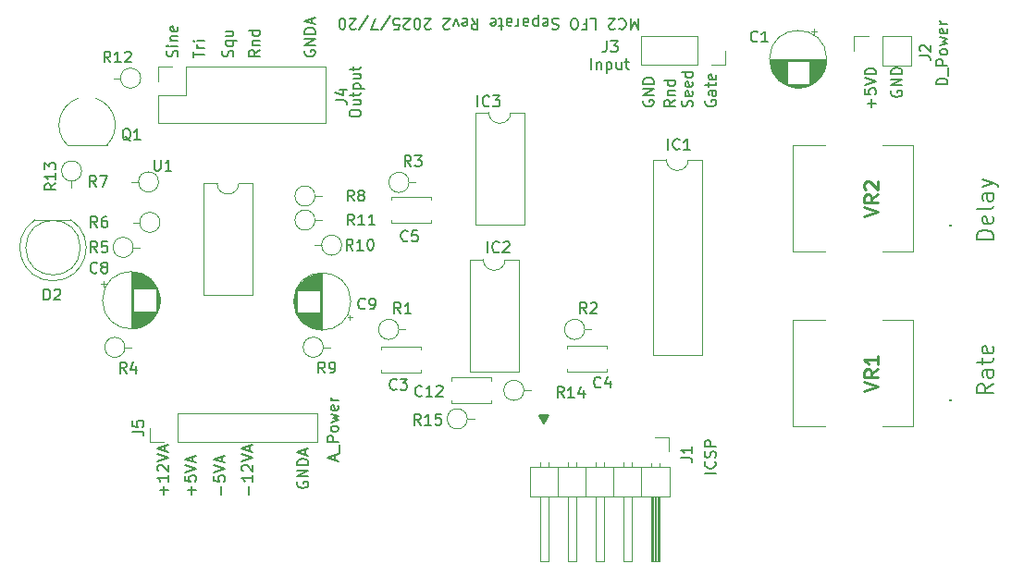
<source format=gto>
%TF.GenerationSoftware,KiCad,Pcbnew,9.0.3*%
%TF.CreationDate,2025-07-27T11:41:57+09:00*%
%TF.ProjectId,LFOSeparate,4c464f53-6570-4617-9261-74652e6b6963,rev?*%
%TF.SameCoordinates,Original*%
%TF.FileFunction,Legend,Top*%
%TF.FilePolarity,Positive*%
%FSLAX46Y46*%
G04 Gerber Fmt 4.6, Leading zero omitted, Abs format (unit mm)*
G04 Created by KiCad (PCBNEW 9.0.3) date 2025-07-27 11:41:57*
%MOMM*%
%LPD*%
G01*
G04 APERTURE LIST*
%ADD10C,0.200000*%
%ADD11C,0.150000*%
%ADD12C,0.254000*%
%ADD13C,0.120000*%
%ADD14C,0.100000*%
G04 APERTURE END LIST*
D10*
X144330326Y-35032780D02*
X144330326Y-36032780D01*
X144330326Y-36032780D02*
X143996993Y-35318495D01*
X143996993Y-35318495D02*
X143663660Y-36032780D01*
X143663660Y-36032780D02*
X143663660Y-35032780D01*
X142616041Y-35128019D02*
X142663660Y-35080400D01*
X142663660Y-35080400D02*
X142806517Y-35032780D01*
X142806517Y-35032780D02*
X142901755Y-35032780D01*
X142901755Y-35032780D02*
X143044612Y-35080400D01*
X143044612Y-35080400D02*
X143139850Y-35175638D01*
X143139850Y-35175638D02*
X143187469Y-35270876D01*
X143187469Y-35270876D02*
X143235088Y-35461352D01*
X143235088Y-35461352D02*
X143235088Y-35604209D01*
X143235088Y-35604209D02*
X143187469Y-35794685D01*
X143187469Y-35794685D02*
X143139850Y-35889923D01*
X143139850Y-35889923D02*
X143044612Y-35985161D01*
X143044612Y-35985161D02*
X142901755Y-36032780D01*
X142901755Y-36032780D02*
X142806517Y-36032780D01*
X142806517Y-36032780D02*
X142663660Y-35985161D01*
X142663660Y-35985161D02*
X142616041Y-35937542D01*
X142235088Y-35937542D02*
X142187469Y-35985161D01*
X142187469Y-35985161D02*
X142092231Y-36032780D01*
X142092231Y-36032780D02*
X141854136Y-36032780D01*
X141854136Y-36032780D02*
X141758898Y-35985161D01*
X141758898Y-35985161D02*
X141711279Y-35937542D01*
X141711279Y-35937542D02*
X141663660Y-35842304D01*
X141663660Y-35842304D02*
X141663660Y-35747066D01*
X141663660Y-35747066D02*
X141711279Y-35604209D01*
X141711279Y-35604209D02*
X142282707Y-35032780D01*
X142282707Y-35032780D02*
X141663660Y-35032780D01*
X139996993Y-35032780D02*
X140473183Y-35032780D01*
X140473183Y-35032780D02*
X140473183Y-36032780D01*
X139330326Y-35556590D02*
X139663659Y-35556590D01*
X139663659Y-35032780D02*
X139663659Y-36032780D01*
X139663659Y-36032780D02*
X139187469Y-36032780D01*
X138616040Y-36032780D02*
X138425564Y-36032780D01*
X138425564Y-36032780D02*
X138330326Y-35985161D01*
X138330326Y-35985161D02*
X138235088Y-35889923D01*
X138235088Y-35889923D02*
X138187469Y-35699447D01*
X138187469Y-35699447D02*
X138187469Y-35366114D01*
X138187469Y-35366114D02*
X138235088Y-35175638D01*
X138235088Y-35175638D02*
X138330326Y-35080400D01*
X138330326Y-35080400D02*
X138425564Y-35032780D01*
X138425564Y-35032780D02*
X138616040Y-35032780D01*
X138616040Y-35032780D02*
X138711278Y-35080400D01*
X138711278Y-35080400D02*
X138806516Y-35175638D01*
X138806516Y-35175638D02*
X138854135Y-35366114D01*
X138854135Y-35366114D02*
X138854135Y-35699447D01*
X138854135Y-35699447D02*
X138806516Y-35889923D01*
X138806516Y-35889923D02*
X138711278Y-35985161D01*
X138711278Y-35985161D02*
X138616040Y-36032780D01*
X137044611Y-35080400D02*
X136901754Y-35032780D01*
X136901754Y-35032780D02*
X136663659Y-35032780D01*
X136663659Y-35032780D02*
X136568421Y-35080400D01*
X136568421Y-35080400D02*
X136520802Y-35128019D01*
X136520802Y-35128019D02*
X136473183Y-35223257D01*
X136473183Y-35223257D02*
X136473183Y-35318495D01*
X136473183Y-35318495D02*
X136520802Y-35413733D01*
X136520802Y-35413733D02*
X136568421Y-35461352D01*
X136568421Y-35461352D02*
X136663659Y-35508971D01*
X136663659Y-35508971D02*
X136854135Y-35556590D01*
X136854135Y-35556590D02*
X136949373Y-35604209D01*
X136949373Y-35604209D02*
X136996992Y-35651828D01*
X136996992Y-35651828D02*
X137044611Y-35747066D01*
X137044611Y-35747066D02*
X137044611Y-35842304D01*
X137044611Y-35842304D02*
X136996992Y-35937542D01*
X136996992Y-35937542D02*
X136949373Y-35985161D01*
X136949373Y-35985161D02*
X136854135Y-36032780D01*
X136854135Y-36032780D02*
X136616040Y-36032780D01*
X136616040Y-36032780D02*
X136473183Y-35985161D01*
X135663659Y-35080400D02*
X135758897Y-35032780D01*
X135758897Y-35032780D02*
X135949373Y-35032780D01*
X135949373Y-35032780D02*
X136044611Y-35080400D01*
X136044611Y-35080400D02*
X136092230Y-35175638D01*
X136092230Y-35175638D02*
X136092230Y-35556590D01*
X136092230Y-35556590D02*
X136044611Y-35651828D01*
X136044611Y-35651828D02*
X135949373Y-35699447D01*
X135949373Y-35699447D02*
X135758897Y-35699447D01*
X135758897Y-35699447D02*
X135663659Y-35651828D01*
X135663659Y-35651828D02*
X135616040Y-35556590D01*
X135616040Y-35556590D02*
X135616040Y-35461352D01*
X135616040Y-35461352D02*
X136092230Y-35366114D01*
X135187468Y-35699447D02*
X135187468Y-34699447D01*
X135187468Y-35651828D02*
X135092230Y-35699447D01*
X135092230Y-35699447D02*
X134901754Y-35699447D01*
X134901754Y-35699447D02*
X134806516Y-35651828D01*
X134806516Y-35651828D02*
X134758897Y-35604209D01*
X134758897Y-35604209D02*
X134711278Y-35508971D01*
X134711278Y-35508971D02*
X134711278Y-35223257D01*
X134711278Y-35223257D02*
X134758897Y-35128019D01*
X134758897Y-35128019D02*
X134806516Y-35080400D01*
X134806516Y-35080400D02*
X134901754Y-35032780D01*
X134901754Y-35032780D02*
X135092230Y-35032780D01*
X135092230Y-35032780D02*
X135187468Y-35080400D01*
X133854135Y-35032780D02*
X133854135Y-35556590D01*
X133854135Y-35556590D02*
X133901754Y-35651828D01*
X133901754Y-35651828D02*
X133996992Y-35699447D01*
X133996992Y-35699447D02*
X134187468Y-35699447D01*
X134187468Y-35699447D02*
X134282706Y-35651828D01*
X133854135Y-35080400D02*
X133949373Y-35032780D01*
X133949373Y-35032780D02*
X134187468Y-35032780D01*
X134187468Y-35032780D02*
X134282706Y-35080400D01*
X134282706Y-35080400D02*
X134330325Y-35175638D01*
X134330325Y-35175638D02*
X134330325Y-35270876D01*
X134330325Y-35270876D02*
X134282706Y-35366114D01*
X134282706Y-35366114D02*
X134187468Y-35413733D01*
X134187468Y-35413733D02*
X133949373Y-35413733D01*
X133949373Y-35413733D02*
X133854135Y-35461352D01*
X133377944Y-35032780D02*
X133377944Y-35699447D01*
X133377944Y-35508971D02*
X133330325Y-35604209D01*
X133330325Y-35604209D02*
X133282706Y-35651828D01*
X133282706Y-35651828D02*
X133187468Y-35699447D01*
X133187468Y-35699447D02*
X133092230Y-35699447D01*
X132330325Y-35032780D02*
X132330325Y-35556590D01*
X132330325Y-35556590D02*
X132377944Y-35651828D01*
X132377944Y-35651828D02*
X132473182Y-35699447D01*
X132473182Y-35699447D02*
X132663658Y-35699447D01*
X132663658Y-35699447D02*
X132758896Y-35651828D01*
X132330325Y-35080400D02*
X132425563Y-35032780D01*
X132425563Y-35032780D02*
X132663658Y-35032780D01*
X132663658Y-35032780D02*
X132758896Y-35080400D01*
X132758896Y-35080400D02*
X132806515Y-35175638D01*
X132806515Y-35175638D02*
X132806515Y-35270876D01*
X132806515Y-35270876D02*
X132758896Y-35366114D01*
X132758896Y-35366114D02*
X132663658Y-35413733D01*
X132663658Y-35413733D02*
X132425563Y-35413733D01*
X132425563Y-35413733D02*
X132330325Y-35461352D01*
X131996991Y-35699447D02*
X131616039Y-35699447D01*
X131854134Y-36032780D02*
X131854134Y-35175638D01*
X131854134Y-35175638D02*
X131806515Y-35080400D01*
X131806515Y-35080400D02*
X131711277Y-35032780D01*
X131711277Y-35032780D02*
X131616039Y-35032780D01*
X130901753Y-35080400D02*
X130996991Y-35032780D01*
X130996991Y-35032780D02*
X131187467Y-35032780D01*
X131187467Y-35032780D02*
X131282705Y-35080400D01*
X131282705Y-35080400D02*
X131330324Y-35175638D01*
X131330324Y-35175638D02*
X131330324Y-35556590D01*
X131330324Y-35556590D02*
X131282705Y-35651828D01*
X131282705Y-35651828D02*
X131187467Y-35699447D01*
X131187467Y-35699447D02*
X130996991Y-35699447D01*
X130996991Y-35699447D02*
X130901753Y-35651828D01*
X130901753Y-35651828D02*
X130854134Y-35556590D01*
X130854134Y-35556590D02*
X130854134Y-35461352D01*
X130854134Y-35461352D02*
X131330324Y-35366114D01*
X129092229Y-35032780D02*
X129425562Y-35508971D01*
X129663657Y-35032780D02*
X129663657Y-36032780D01*
X129663657Y-36032780D02*
X129282705Y-36032780D01*
X129282705Y-36032780D02*
X129187467Y-35985161D01*
X129187467Y-35985161D02*
X129139848Y-35937542D01*
X129139848Y-35937542D02*
X129092229Y-35842304D01*
X129092229Y-35842304D02*
X129092229Y-35699447D01*
X129092229Y-35699447D02*
X129139848Y-35604209D01*
X129139848Y-35604209D02*
X129187467Y-35556590D01*
X129187467Y-35556590D02*
X129282705Y-35508971D01*
X129282705Y-35508971D02*
X129663657Y-35508971D01*
X128282705Y-35080400D02*
X128377943Y-35032780D01*
X128377943Y-35032780D02*
X128568419Y-35032780D01*
X128568419Y-35032780D02*
X128663657Y-35080400D01*
X128663657Y-35080400D02*
X128711276Y-35175638D01*
X128711276Y-35175638D02*
X128711276Y-35556590D01*
X128711276Y-35556590D02*
X128663657Y-35651828D01*
X128663657Y-35651828D02*
X128568419Y-35699447D01*
X128568419Y-35699447D02*
X128377943Y-35699447D01*
X128377943Y-35699447D02*
X128282705Y-35651828D01*
X128282705Y-35651828D02*
X128235086Y-35556590D01*
X128235086Y-35556590D02*
X128235086Y-35461352D01*
X128235086Y-35461352D02*
X128711276Y-35366114D01*
X127901752Y-35699447D02*
X127663657Y-35032780D01*
X127663657Y-35032780D02*
X127425562Y-35699447D01*
X127092228Y-35937542D02*
X127044609Y-35985161D01*
X127044609Y-35985161D02*
X126949371Y-36032780D01*
X126949371Y-36032780D02*
X126711276Y-36032780D01*
X126711276Y-36032780D02*
X126616038Y-35985161D01*
X126616038Y-35985161D02*
X126568419Y-35937542D01*
X126568419Y-35937542D02*
X126520800Y-35842304D01*
X126520800Y-35842304D02*
X126520800Y-35747066D01*
X126520800Y-35747066D02*
X126568419Y-35604209D01*
X126568419Y-35604209D02*
X127139847Y-35032780D01*
X127139847Y-35032780D02*
X126520800Y-35032780D01*
X125377942Y-35937542D02*
X125330323Y-35985161D01*
X125330323Y-35985161D02*
X125235085Y-36032780D01*
X125235085Y-36032780D02*
X124996990Y-36032780D01*
X124996990Y-36032780D02*
X124901752Y-35985161D01*
X124901752Y-35985161D02*
X124854133Y-35937542D01*
X124854133Y-35937542D02*
X124806514Y-35842304D01*
X124806514Y-35842304D02*
X124806514Y-35747066D01*
X124806514Y-35747066D02*
X124854133Y-35604209D01*
X124854133Y-35604209D02*
X125425561Y-35032780D01*
X125425561Y-35032780D02*
X124806514Y-35032780D01*
X124187466Y-36032780D02*
X124092228Y-36032780D01*
X124092228Y-36032780D02*
X123996990Y-35985161D01*
X123996990Y-35985161D02*
X123949371Y-35937542D01*
X123949371Y-35937542D02*
X123901752Y-35842304D01*
X123901752Y-35842304D02*
X123854133Y-35651828D01*
X123854133Y-35651828D02*
X123854133Y-35413733D01*
X123854133Y-35413733D02*
X123901752Y-35223257D01*
X123901752Y-35223257D02*
X123949371Y-35128019D01*
X123949371Y-35128019D02*
X123996990Y-35080400D01*
X123996990Y-35080400D02*
X124092228Y-35032780D01*
X124092228Y-35032780D02*
X124187466Y-35032780D01*
X124187466Y-35032780D02*
X124282704Y-35080400D01*
X124282704Y-35080400D02*
X124330323Y-35128019D01*
X124330323Y-35128019D02*
X124377942Y-35223257D01*
X124377942Y-35223257D02*
X124425561Y-35413733D01*
X124425561Y-35413733D02*
X124425561Y-35651828D01*
X124425561Y-35651828D02*
X124377942Y-35842304D01*
X124377942Y-35842304D02*
X124330323Y-35937542D01*
X124330323Y-35937542D02*
X124282704Y-35985161D01*
X124282704Y-35985161D02*
X124187466Y-36032780D01*
X123473180Y-35937542D02*
X123425561Y-35985161D01*
X123425561Y-35985161D02*
X123330323Y-36032780D01*
X123330323Y-36032780D02*
X123092228Y-36032780D01*
X123092228Y-36032780D02*
X122996990Y-35985161D01*
X122996990Y-35985161D02*
X122949371Y-35937542D01*
X122949371Y-35937542D02*
X122901752Y-35842304D01*
X122901752Y-35842304D02*
X122901752Y-35747066D01*
X122901752Y-35747066D02*
X122949371Y-35604209D01*
X122949371Y-35604209D02*
X123520799Y-35032780D01*
X123520799Y-35032780D02*
X122901752Y-35032780D01*
X121996990Y-36032780D02*
X122473180Y-36032780D01*
X122473180Y-36032780D02*
X122520799Y-35556590D01*
X122520799Y-35556590D02*
X122473180Y-35604209D01*
X122473180Y-35604209D02*
X122377942Y-35651828D01*
X122377942Y-35651828D02*
X122139847Y-35651828D01*
X122139847Y-35651828D02*
X122044609Y-35604209D01*
X122044609Y-35604209D02*
X121996990Y-35556590D01*
X121996990Y-35556590D02*
X121949371Y-35461352D01*
X121949371Y-35461352D02*
X121949371Y-35223257D01*
X121949371Y-35223257D02*
X121996990Y-35128019D01*
X121996990Y-35128019D02*
X122044609Y-35080400D01*
X122044609Y-35080400D02*
X122139847Y-35032780D01*
X122139847Y-35032780D02*
X122377942Y-35032780D01*
X122377942Y-35032780D02*
X122473180Y-35080400D01*
X122473180Y-35080400D02*
X122520799Y-35128019D01*
X120806514Y-36080400D02*
X121663656Y-34794685D01*
X120568418Y-36032780D02*
X119901752Y-36032780D01*
X119901752Y-36032780D02*
X120330323Y-35032780D01*
X118806514Y-36080400D02*
X119663656Y-34794685D01*
X118520799Y-35937542D02*
X118473180Y-35985161D01*
X118473180Y-35985161D02*
X118377942Y-36032780D01*
X118377942Y-36032780D02*
X118139847Y-36032780D01*
X118139847Y-36032780D02*
X118044609Y-35985161D01*
X118044609Y-35985161D02*
X117996990Y-35937542D01*
X117996990Y-35937542D02*
X117949371Y-35842304D01*
X117949371Y-35842304D02*
X117949371Y-35747066D01*
X117949371Y-35747066D02*
X117996990Y-35604209D01*
X117996990Y-35604209D02*
X118568418Y-35032780D01*
X118568418Y-35032780D02*
X117949371Y-35032780D01*
X117330323Y-36032780D02*
X117235085Y-36032780D01*
X117235085Y-36032780D02*
X117139847Y-35985161D01*
X117139847Y-35985161D02*
X117092228Y-35937542D01*
X117092228Y-35937542D02*
X117044609Y-35842304D01*
X117044609Y-35842304D02*
X116996990Y-35651828D01*
X116996990Y-35651828D02*
X116996990Y-35413733D01*
X116996990Y-35413733D02*
X117044609Y-35223257D01*
X117044609Y-35223257D02*
X117092228Y-35128019D01*
X117092228Y-35128019D02*
X117139847Y-35080400D01*
X117139847Y-35080400D02*
X117235085Y-35032780D01*
X117235085Y-35032780D02*
X117330323Y-35032780D01*
X117330323Y-35032780D02*
X117425561Y-35080400D01*
X117425561Y-35080400D02*
X117473180Y-35128019D01*
X117473180Y-35128019D02*
X117520799Y-35223257D01*
X117520799Y-35223257D02*
X117568418Y-35413733D01*
X117568418Y-35413733D02*
X117568418Y-35651828D01*
X117568418Y-35651828D02*
X117520799Y-35842304D01*
X117520799Y-35842304D02*
X117473180Y-35937542D01*
X117473180Y-35937542D02*
X117425561Y-35985161D01*
X117425561Y-35985161D02*
X117330323Y-36032780D01*
D11*
X116628104Y-75477333D02*
X116628104Y-75001143D01*
X116913819Y-75572571D02*
X115913819Y-75239238D01*
X115913819Y-75239238D02*
X116913819Y-74905905D01*
X117009057Y-74810667D02*
X117009057Y-74048762D01*
X116913819Y-73810666D02*
X115913819Y-73810666D01*
X115913819Y-73810666D02*
X115913819Y-73429714D01*
X115913819Y-73429714D02*
X115961438Y-73334476D01*
X115961438Y-73334476D02*
X116009057Y-73286857D01*
X116009057Y-73286857D02*
X116104295Y-73239238D01*
X116104295Y-73239238D02*
X116247152Y-73239238D01*
X116247152Y-73239238D02*
X116342390Y-73286857D01*
X116342390Y-73286857D02*
X116390009Y-73334476D01*
X116390009Y-73334476D02*
X116437628Y-73429714D01*
X116437628Y-73429714D02*
X116437628Y-73810666D01*
X116913819Y-72667809D02*
X116866200Y-72763047D01*
X116866200Y-72763047D02*
X116818580Y-72810666D01*
X116818580Y-72810666D02*
X116723342Y-72858285D01*
X116723342Y-72858285D02*
X116437628Y-72858285D01*
X116437628Y-72858285D02*
X116342390Y-72810666D01*
X116342390Y-72810666D02*
X116294771Y-72763047D01*
X116294771Y-72763047D02*
X116247152Y-72667809D01*
X116247152Y-72667809D02*
X116247152Y-72524952D01*
X116247152Y-72524952D02*
X116294771Y-72429714D01*
X116294771Y-72429714D02*
X116342390Y-72382095D01*
X116342390Y-72382095D02*
X116437628Y-72334476D01*
X116437628Y-72334476D02*
X116723342Y-72334476D01*
X116723342Y-72334476D02*
X116818580Y-72382095D01*
X116818580Y-72382095D02*
X116866200Y-72429714D01*
X116866200Y-72429714D02*
X116913819Y-72524952D01*
X116913819Y-72524952D02*
X116913819Y-72667809D01*
X116247152Y-72001142D02*
X116913819Y-71810666D01*
X116913819Y-71810666D02*
X116437628Y-71620190D01*
X116437628Y-71620190D02*
X116913819Y-71429714D01*
X116913819Y-71429714D02*
X116247152Y-71239238D01*
X116866200Y-70477333D02*
X116913819Y-70572571D01*
X116913819Y-70572571D02*
X116913819Y-70763047D01*
X116913819Y-70763047D02*
X116866200Y-70858285D01*
X116866200Y-70858285D02*
X116770961Y-70905904D01*
X116770961Y-70905904D02*
X116390009Y-70905904D01*
X116390009Y-70905904D02*
X116294771Y-70858285D01*
X116294771Y-70858285D02*
X116247152Y-70763047D01*
X116247152Y-70763047D02*
X116247152Y-70572571D01*
X116247152Y-70572571D02*
X116294771Y-70477333D01*
X116294771Y-70477333D02*
X116390009Y-70429714D01*
X116390009Y-70429714D02*
X116485247Y-70429714D01*
X116485247Y-70429714D02*
X116580485Y-70905904D01*
X116913819Y-70001142D02*
X116247152Y-70001142D01*
X116437628Y-70001142D02*
X116342390Y-69953523D01*
X116342390Y-69953523D02*
X116294771Y-69905904D01*
X116294771Y-69905904D02*
X116247152Y-69810666D01*
X116247152Y-69810666D02*
X116247152Y-69715428D01*
D10*
X103642219Y-38635183D02*
X103642219Y-38063755D01*
X104642219Y-38349469D02*
X103642219Y-38349469D01*
X104642219Y-37730421D02*
X103975552Y-37730421D01*
X104166028Y-37730421D02*
X104070790Y-37682802D01*
X104070790Y-37682802D02*
X104023171Y-37635183D01*
X104023171Y-37635183D02*
X103975552Y-37539945D01*
X103975552Y-37539945D02*
X103975552Y-37444707D01*
X104642219Y-37111373D02*
X103975552Y-37111373D01*
X103642219Y-37111373D02*
X103689838Y-37158992D01*
X103689838Y-37158992D02*
X103737457Y-37111373D01*
X103737457Y-37111373D02*
X103689838Y-37063754D01*
X103689838Y-37063754D02*
X103642219Y-37111373D01*
X103642219Y-37111373D02*
X103737457Y-37111373D01*
X113849838Y-37968517D02*
X113802219Y-38063755D01*
X113802219Y-38063755D02*
X113802219Y-38206612D01*
X113802219Y-38206612D02*
X113849838Y-38349469D01*
X113849838Y-38349469D02*
X113945076Y-38444707D01*
X113945076Y-38444707D02*
X114040314Y-38492326D01*
X114040314Y-38492326D02*
X114230790Y-38539945D01*
X114230790Y-38539945D02*
X114373647Y-38539945D01*
X114373647Y-38539945D02*
X114564123Y-38492326D01*
X114564123Y-38492326D02*
X114659361Y-38444707D01*
X114659361Y-38444707D02*
X114754600Y-38349469D01*
X114754600Y-38349469D02*
X114802219Y-38206612D01*
X114802219Y-38206612D02*
X114802219Y-38111374D01*
X114802219Y-38111374D02*
X114754600Y-37968517D01*
X114754600Y-37968517D02*
X114706980Y-37920898D01*
X114706980Y-37920898D02*
X114373647Y-37920898D01*
X114373647Y-37920898D02*
X114373647Y-38111374D01*
X114802219Y-37492326D02*
X113802219Y-37492326D01*
X113802219Y-37492326D02*
X114802219Y-36920898D01*
X114802219Y-36920898D02*
X113802219Y-36920898D01*
X114802219Y-36444707D02*
X113802219Y-36444707D01*
X113802219Y-36444707D02*
X113802219Y-36206612D01*
X113802219Y-36206612D02*
X113849838Y-36063755D01*
X113849838Y-36063755D02*
X113945076Y-35968517D01*
X113945076Y-35968517D02*
X114040314Y-35920898D01*
X114040314Y-35920898D02*
X114230790Y-35873279D01*
X114230790Y-35873279D02*
X114373647Y-35873279D01*
X114373647Y-35873279D02*
X114564123Y-35920898D01*
X114564123Y-35920898D02*
X114659361Y-35968517D01*
X114659361Y-35968517D02*
X114754600Y-36063755D01*
X114754600Y-36063755D02*
X114802219Y-36206612D01*
X114802219Y-36206612D02*
X114802219Y-36444707D01*
X114516504Y-35492326D02*
X114516504Y-35016136D01*
X114802219Y-35587564D02*
X113802219Y-35254231D01*
X113802219Y-35254231D02*
X114802219Y-34920898D01*
D11*
X172666819Y-41084142D02*
X171666819Y-41084142D01*
X171666819Y-41084142D02*
X171666819Y-40846047D01*
X171666819Y-40846047D02*
X171714438Y-40703190D01*
X171714438Y-40703190D02*
X171809676Y-40607952D01*
X171809676Y-40607952D02*
X171904914Y-40560333D01*
X171904914Y-40560333D02*
X172095390Y-40512714D01*
X172095390Y-40512714D02*
X172238247Y-40512714D01*
X172238247Y-40512714D02*
X172428723Y-40560333D01*
X172428723Y-40560333D02*
X172523961Y-40607952D01*
X172523961Y-40607952D02*
X172619200Y-40703190D01*
X172619200Y-40703190D02*
X172666819Y-40846047D01*
X172666819Y-40846047D02*
X172666819Y-41084142D01*
X172762057Y-40322238D02*
X172762057Y-39560333D01*
X172666819Y-39322237D02*
X171666819Y-39322237D01*
X171666819Y-39322237D02*
X171666819Y-38941285D01*
X171666819Y-38941285D02*
X171714438Y-38846047D01*
X171714438Y-38846047D02*
X171762057Y-38798428D01*
X171762057Y-38798428D02*
X171857295Y-38750809D01*
X171857295Y-38750809D02*
X172000152Y-38750809D01*
X172000152Y-38750809D02*
X172095390Y-38798428D01*
X172095390Y-38798428D02*
X172143009Y-38846047D01*
X172143009Y-38846047D02*
X172190628Y-38941285D01*
X172190628Y-38941285D02*
X172190628Y-39322237D01*
X172666819Y-38179380D02*
X172619200Y-38274618D01*
X172619200Y-38274618D02*
X172571580Y-38322237D01*
X172571580Y-38322237D02*
X172476342Y-38369856D01*
X172476342Y-38369856D02*
X172190628Y-38369856D01*
X172190628Y-38369856D02*
X172095390Y-38322237D01*
X172095390Y-38322237D02*
X172047771Y-38274618D01*
X172047771Y-38274618D02*
X172000152Y-38179380D01*
X172000152Y-38179380D02*
X172000152Y-38036523D01*
X172000152Y-38036523D02*
X172047771Y-37941285D01*
X172047771Y-37941285D02*
X172095390Y-37893666D01*
X172095390Y-37893666D02*
X172190628Y-37846047D01*
X172190628Y-37846047D02*
X172476342Y-37846047D01*
X172476342Y-37846047D02*
X172571580Y-37893666D01*
X172571580Y-37893666D02*
X172619200Y-37941285D01*
X172619200Y-37941285D02*
X172666819Y-38036523D01*
X172666819Y-38036523D02*
X172666819Y-38179380D01*
X172000152Y-37512713D02*
X172666819Y-37322237D01*
X172666819Y-37322237D02*
X172190628Y-37131761D01*
X172190628Y-37131761D02*
X172666819Y-36941285D01*
X172666819Y-36941285D02*
X172000152Y-36750809D01*
X172619200Y-35988904D02*
X172666819Y-36084142D01*
X172666819Y-36084142D02*
X172666819Y-36274618D01*
X172666819Y-36274618D02*
X172619200Y-36369856D01*
X172619200Y-36369856D02*
X172523961Y-36417475D01*
X172523961Y-36417475D02*
X172143009Y-36417475D01*
X172143009Y-36417475D02*
X172047771Y-36369856D01*
X172047771Y-36369856D02*
X172000152Y-36274618D01*
X172000152Y-36274618D02*
X172000152Y-36084142D01*
X172000152Y-36084142D02*
X172047771Y-35988904D01*
X172047771Y-35988904D02*
X172143009Y-35941285D01*
X172143009Y-35941285D02*
X172238247Y-35941285D01*
X172238247Y-35941285D02*
X172333485Y-36417475D01*
X172666819Y-35512713D02*
X172000152Y-35512713D01*
X172190628Y-35512713D02*
X172095390Y-35465094D01*
X172095390Y-35465094D02*
X172047771Y-35417475D01*
X172047771Y-35417475D02*
X172000152Y-35322237D01*
X172000152Y-35322237D02*
X172000152Y-35226999D01*
D10*
X103499266Y-78624326D02*
X103499266Y-77862422D01*
X103880219Y-78243374D02*
X103118314Y-78243374D01*
X102880219Y-76910041D02*
X102880219Y-77386231D01*
X102880219Y-77386231D02*
X103356409Y-77433850D01*
X103356409Y-77433850D02*
X103308790Y-77386231D01*
X103308790Y-77386231D02*
X103261171Y-77290993D01*
X103261171Y-77290993D02*
X103261171Y-77052898D01*
X103261171Y-77052898D02*
X103308790Y-76957660D01*
X103308790Y-76957660D02*
X103356409Y-76910041D01*
X103356409Y-76910041D02*
X103451647Y-76862422D01*
X103451647Y-76862422D02*
X103689742Y-76862422D01*
X103689742Y-76862422D02*
X103784980Y-76910041D01*
X103784980Y-76910041D02*
X103832600Y-76957660D01*
X103832600Y-76957660D02*
X103880219Y-77052898D01*
X103880219Y-77052898D02*
X103880219Y-77290993D01*
X103880219Y-77290993D02*
X103832600Y-77386231D01*
X103832600Y-77386231D02*
X103784980Y-77433850D01*
X102880219Y-76576707D02*
X103880219Y-76243374D01*
X103880219Y-76243374D02*
X102880219Y-75910041D01*
X103594504Y-75624326D02*
X103594504Y-75148136D01*
X103880219Y-75719564D02*
X102880219Y-75386231D01*
X102880219Y-75386231D02*
X103880219Y-75052898D01*
X109722219Y-37920898D02*
X109246028Y-38254231D01*
X109722219Y-38492326D02*
X108722219Y-38492326D01*
X108722219Y-38492326D02*
X108722219Y-38111374D01*
X108722219Y-38111374D02*
X108769838Y-38016136D01*
X108769838Y-38016136D02*
X108817457Y-37968517D01*
X108817457Y-37968517D02*
X108912695Y-37920898D01*
X108912695Y-37920898D02*
X109055552Y-37920898D01*
X109055552Y-37920898D02*
X109150790Y-37968517D01*
X109150790Y-37968517D02*
X109198409Y-38016136D01*
X109198409Y-38016136D02*
X109246028Y-38111374D01*
X109246028Y-38111374D02*
X109246028Y-38492326D01*
X109055552Y-37492326D02*
X109722219Y-37492326D01*
X109150790Y-37492326D02*
X109103171Y-37444707D01*
X109103171Y-37444707D02*
X109055552Y-37349469D01*
X109055552Y-37349469D02*
X109055552Y-37206612D01*
X109055552Y-37206612D02*
X109103171Y-37111374D01*
X109103171Y-37111374D02*
X109198409Y-37063755D01*
X109198409Y-37063755D02*
X109722219Y-37063755D01*
X109722219Y-36158993D02*
X108722219Y-36158993D01*
X109674600Y-36158993D02*
X109722219Y-36254231D01*
X109722219Y-36254231D02*
X109722219Y-36444707D01*
X109722219Y-36444707D02*
X109674600Y-36539945D01*
X109674600Y-36539945D02*
X109626980Y-36587564D01*
X109626980Y-36587564D02*
X109531742Y-36635183D01*
X109531742Y-36635183D02*
X109246028Y-36635183D01*
X109246028Y-36635183D02*
X109150790Y-36587564D01*
X109150790Y-36587564D02*
X109103171Y-36539945D01*
X109103171Y-36539945D02*
X109055552Y-36444707D01*
X109055552Y-36444707D02*
X109055552Y-36254231D01*
X109055552Y-36254231D02*
X109103171Y-36158993D01*
X176844028Y-55264279D02*
X175344028Y-55264279D01*
X175344028Y-55264279D02*
X175344028Y-54907136D01*
X175344028Y-54907136D02*
X175415457Y-54692850D01*
X175415457Y-54692850D02*
X175558314Y-54549993D01*
X175558314Y-54549993D02*
X175701171Y-54478564D01*
X175701171Y-54478564D02*
X175986885Y-54407136D01*
X175986885Y-54407136D02*
X176201171Y-54407136D01*
X176201171Y-54407136D02*
X176486885Y-54478564D01*
X176486885Y-54478564D02*
X176629742Y-54549993D01*
X176629742Y-54549993D02*
X176772600Y-54692850D01*
X176772600Y-54692850D02*
X176844028Y-54907136D01*
X176844028Y-54907136D02*
X176844028Y-55264279D01*
X176772600Y-53192850D02*
X176844028Y-53335707D01*
X176844028Y-53335707D02*
X176844028Y-53621422D01*
X176844028Y-53621422D02*
X176772600Y-53764279D01*
X176772600Y-53764279D02*
X176629742Y-53835707D01*
X176629742Y-53835707D02*
X176058314Y-53835707D01*
X176058314Y-53835707D02*
X175915457Y-53764279D01*
X175915457Y-53764279D02*
X175844028Y-53621422D01*
X175844028Y-53621422D02*
X175844028Y-53335707D01*
X175844028Y-53335707D02*
X175915457Y-53192850D01*
X175915457Y-53192850D02*
X176058314Y-53121422D01*
X176058314Y-53121422D02*
X176201171Y-53121422D01*
X176201171Y-53121422D02*
X176344028Y-53835707D01*
X176844028Y-52264279D02*
X176772600Y-52407136D01*
X176772600Y-52407136D02*
X176629742Y-52478565D01*
X176629742Y-52478565D02*
X175344028Y-52478565D01*
X176844028Y-51049994D02*
X176058314Y-51049994D01*
X176058314Y-51049994D02*
X175915457Y-51121422D01*
X175915457Y-51121422D02*
X175844028Y-51264279D01*
X175844028Y-51264279D02*
X175844028Y-51549994D01*
X175844028Y-51549994D02*
X175915457Y-51692851D01*
X176772600Y-51049994D02*
X176844028Y-51192851D01*
X176844028Y-51192851D02*
X176844028Y-51549994D01*
X176844028Y-51549994D02*
X176772600Y-51692851D01*
X176772600Y-51692851D02*
X176629742Y-51764279D01*
X176629742Y-51764279D02*
X176486885Y-51764279D01*
X176486885Y-51764279D02*
X176344028Y-51692851D01*
X176344028Y-51692851D02*
X176272600Y-51549994D01*
X176272600Y-51549994D02*
X176272600Y-51192851D01*
X176272600Y-51192851D02*
X176201171Y-51049994D01*
X175844028Y-50478565D02*
X176844028Y-50121422D01*
X175844028Y-49764279D02*
X176844028Y-50121422D01*
X176844028Y-50121422D02*
X177201171Y-50264279D01*
X177201171Y-50264279D02*
X177272600Y-50335708D01*
X177272600Y-50335708D02*
X177344028Y-50478565D01*
X165729266Y-43191326D02*
X165729266Y-42429422D01*
X166110219Y-42810374D02*
X165348314Y-42810374D01*
X165110219Y-41477041D02*
X165110219Y-41953231D01*
X165110219Y-41953231D02*
X165586409Y-42000850D01*
X165586409Y-42000850D02*
X165538790Y-41953231D01*
X165538790Y-41953231D02*
X165491171Y-41857993D01*
X165491171Y-41857993D02*
X165491171Y-41619898D01*
X165491171Y-41619898D02*
X165538790Y-41524660D01*
X165538790Y-41524660D02*
X165586409Y-41477041D01*
X165586409Y-41477041D02*
X165681647Y-41429422D01*
X165681647Y-41429422D02*
X165919742Y-41429422D01*
X165919742Y-41429422D02*
X166014980Y-41477041D01*
X166014980Y-41477041D02*
X166062600Y-41524660D01*
X166062600Y-41524660D02*
X166110219Y-41619898D01*
X166110219Y-41619898D02*
X166110219Y-41857993D01*
X166110219Y-41857993D02*
X166062600Y-41953231D01*
X166062600Y-41953231D02*
X166014980Y-42000850D01*
X165110219Y-41143707D02*
X166110219Y-40810374D01*
X166110219Y-40810374D02*
X165110219Y-40477041D01*
X166110219Y-40143707D02*
X165110219Y-40143707D01*
X165110219Y-40143707D02*
X165110219Y-39905612D01*
X165110219Y-39905612D02*
X165157838Y-39762755D01*
X165157838Y-39762755D02*
X165253076Y-39667517D01*
X165253076Y-39667517D02*
X165348314Y-39619898D01*
X165348314Y-39619898D02*
X165538790Y-39572279D01*
X165538790Y-39572279D02*
X165681647Y-39572279D01*
X165681647Y-39572279D02*
X165872123Y-39619898D01*
X165872123Y-39619898D02*
X165967361Y-39667517D01*
X165967361Y-39667517D02*
X166062600Y-39762755D01*
X166062600Y-39762755D02*
X166110219Y-39905612D01*
X166110219Y-39905612D02*
X166110219Y-40143707D01*
X144837838Y-42540517D02*
X144790219Y-42635755D01*
X144790219Y-42635755D02*
X144790219Y-42778612D01*
X144790219Y-42778612D02*
X144837838Y-42921469D01*
X144837838Y-42921469D02*
X144933076Y-43016707D01*
X144933076Y-43016707D02*
X145028314Y-43064326D01*
X145028314Y-43064326D02*
X145218790Y-43111945D01*
X145218790Y-43111945D02*
X145361647Y-43111945D01*
X145361647Y-43111945D02*
X145552123Y-43064326D01*
X145552123Y-43064326D02*
X145647361Y-43016707D01*
X145647361Y-43016707D02*
X145742600Y-42921469D01*
X145742600Y-42921469D02*
X145790219Y-42778612D01*
X145790219Y-42778612D02*
X145790219Y-42683374D01*
X145790219Y-42683374D02*
X145742600Y-42540517D01*
X145742600Y-42540517D02*
X145694980Y-42492898D01*
X145694980Y-42492898D02*
X145361647Y-42492898D01*
X145361647Y-42492898D02*
X145361647Y-42683374D01*
X145790219Y-42064326D02*
X144790219Y-42064326D01*
X144790219Y-42064326D02*
X145790219Y-41492898D01*
X145790219Y-41492898D02*
X144790219Y-41492898D01*
X145790219Y-41016707D02*
X144790219Y-41016707D01*
X144790219Y-41016707D02*
X144790219Y-40778612D01*
X144790219Y-40778612D02*
X144837838Y-40635755D01*
X144837838Y-40635755D02*
X144933076Y-40540517D01*
X144933076Y-40540517D02*
X145028314Y-40492898D01*
X145028314Y-40492898D02*
X145218790Y-40445279D01*
X145218790Y-40445279D02*
X145361647Y-40445279D01*
X145361647Y-40445279D02*
X145552123Y-40492898D01*
X145552123Y-40492898D02*
X145647361Y-40540517D01*
X145647361Y-40540517D02*
X145742600Y-40635755D01*
X145742600Y-40635755D02*
X145790219Y-40778612D01*
X145790219Y-40778612D02*
X145790219Y-41016707D01*
D11*
X140089143Y-39697819D02*
X140089143Y-38697819D01*
X140565333Y-39031152D02*
X140565333Y-39697819D01*
X140565333Y-39126390D02*
X140612952Y-39078771D01*
X140612952Y-39078771D02*
X140708190Y-39031152D01*
X140708190Y-39031152D02*
X140851047Y-39031152D01*
X140851047Y-39031152D02*
X140946285Y-39078771D01*
X140946285Y-39078771D02*
X140993904Y-39174009D01*
X140993904Y-39174009D02*
X140993904Y-39697819D01*
X141470095Y-39031152D02*
X141470095Y-40031152D01*
X141470095Y-39078771D02*
X141565333Y-39031152D01*
X141565333Y-39031152D02*
X141755809Y-39031152D01*
X141755809Y-39031152D02*
X141851047Y-39078771D01*
X141851047Y-39078771D02*
X141898666Y-39126390D01*
X141898666Y-39126390D02*
X141946285Y-39221628D01*
X141946285Y-39221628D02*
X141946285Y-39507342D01*
X141946285Y-39507342D02*
X141898666Y-39602580D01*
X141898666Y-39602580D02*
X141851047Y-39650200D01*
X141851047Y-39650200D02*
X141755809Y-39697819D01*
X141755809Y-39697819D02*
X141565333Y-39697819D01*
X141565333Y-39697819D02*
X141470095Y-39650200D01*
X142803428Y-39031152D02*
X142803428Y-39697819D01*
X142374857Y-39031152D02*
X142374857Y-39554961D01*
X142374857Y-39554961D02*
X142422476Y-39650200D01*
X142422476Y-39650200D02*
X142517714Y-39697819D01*
X142517714Y-39697819D02*
X142660571Y-39697819D01*
X142660571Y-39697819D02*
X142755809Y-39650200D01*
X142755809Y-39650200D02*
X142803428Y-39602580D01*
X143136762Y-39031152D02*
X143517714Y-39031152D01*
X143279619Y-38697819D02*
X143279619Y-39554961D01*
X143279619Y-39554961D02*
X143327238Y-39650200D01*
X143327238Y-39650200D02*
X143422476Y-39697819D01*
X143422476Y-39697819D02*
X143517714Y-39697819D01*
X151457819Y-76660189D02*
X150457819Y-76660189D01*
X151362580Y-75612571D02*
X151410200Y-75660190D01*
X151410200Y-75660190D02*
X151457819Y-75803047D01*
X151457819Y-75803047D02*
X151457819Y-75898285D01*
X151457819Y-75898285D02*
X151410200Y-76041142D01*
X151410200Y-76041142D02*
X151314961Y-76136380D01*
X151314961Y-76136380D02*
X151219723Y-76183999D01*
X151219723Y-76183999D02*
X151029247Y-76231618D01*
X151029247Y-76231618D02*
X150886390Y-76231618D01*
X150886390Y-76231618D02*
X150695914Y-76183999D01*
X150695914Y-76183999D02*
X150600676Y-76136380D01*
X150600676Y-76136380D02*
X150505438Y-76041142D01*
X150505438Y-76041142D02*
X150457819Y-75898285D01*
X150457819Y-75898285D02*
X150457819Y-75803047D01*
X150457819Y-75803047D02*
X150505438Y-75660190D01*
X150505438Y-75660190D02*
X150553057Y-75612571D01*
X151410200Y-75231618D02*
X151457819Y-75088761D01*
X151457819Y-75088761D02*
X151457819Y-74850666D01*
X151457819Y-74850666D02*
X151410200Y-74755428D01*
X151410200Y-74755428D02*
X151362580Y-74707809D01*
X151362580Y-74707809D02*
X151267342Y-74660190D01*
X151267342Y-74660190D02*
X151172104Y-74660190D01*
X151172104Y-74660190D02*
X151076866Y-74707809D01*
X151076866Y-74707809D02*
X151029247Y-74755428D01*
X151029247Y-74755428D02*
X150981628Y-74850666D01*
X150981628Y-74850666D02*
X150934009Y-75041142D01*
X150934009Y-75041142D02*
X150886390Y-75136380D01*
X150886390Y-75136380D02*
X150838771Y-75183999D01*
X150838771Y-75183999D02*
X150743533Y-75231618D01*
X150743533Y-75231618D02*
X150648295Y-75231618D01*
X150648295Y-75231618D02*
X150553057Y-75183999D01*
X150553057Y-75183999D02*
X150505438Y-75136380D01*
X150505438Y-75136380D02*
X150457819Y-75041142D01*
X150457819Y-75041142D02*
X150457819Y-74803047D01*
X150457819Y-74803047D02*
X150505438Y-74660190D01*
X151457819Y-74231618D02*
X150457819Y-74231618D01*
X150457819Y-74231618D02*
X150457819Y-73850666D01*
X150457819Y-73850666D02*
X150505438Y-73755428D01*
X150505438Y-73755428D02*
X150553057Y-73707809D01*
X150553057Y-73707809D02*
X150648295Y-73660190D01*
X150648295Y-73660190D02*
X150791152Y-73660190D01*
X150791152Y-73660190D02*
X150886390Y-73707809D01*
X150886390Y-73707809D02*
X150934009Y-73755428D01*
X150934009Y-73755428D02*
X150981628Y-73850666D01*
X150981628Y-73850666D02*
X150981628Y-74231618D01*
D10*
X106166266Y-78624326D02*
X106166266Y-77862422D01*
X105547219Y-76910041D02*
X105547219Y-77386231D01*
X105547219Y-77386231D02*
X106023409Y-77433850D01*
X106023409Y-77433850D02*
X105975790Y-77386231D01*
X105975790Y-77386231D02*
X105928171Y-77290993D01*
X105928171Y-77290993D02*
X105928171Y-77052898D01*
X105928171Y-77052898D02*
X105975790Y-76957660D01*
X105975790Y-76957660D02*
X106023409Y-76910041D01*
X106023409Y-76910041D02*
X106118647Y-76862422D01*
X106118647Y-76862422D02*
X106356742Y-76862422D01*
X106356742Y-76862422D02*
X106451980Y-76910041D01*
X106451980Y-76910041D02*
X106499600Y-76957660D01*
X106499600Y-76957660D02*
X106547219Y-77052898D01*
X106547219Y-77052898D02*
X106547219Y-77290993D01*
X106547219Y-77290993D02*
X106499600Y-77386231D01*
X106499600Y-77386231D02*
X106451980Y-77433850D01*
X105547219Y-76576707D02*
X106547219Y-76243374D01*
X106547219Y-76243374D02*
X105547219Y-75910041D01*
X106261504Y-75624326D02*
X106261504Y-75148136D01*
X106547219Y-75719564D02*
X105547219Y-75386231D01*
X105547219Y-75386231D02*
X106547219Y-75052898D01*
X147736275Y-42492898D02*
X147260084Y-42826231D01*
X147736275Y-43064326D02*
X146736275Y-43064326D01*
X146736275Y-43064326D02*
X146736275Y-42683374D01*
X146736275Y-42683374D02*
X146783894Y-42588136D01*
X146783894Y-42588136D02*
X146831513Y-42540517D01*
X146831513Y-42540517D02*
X146926751Y-42492898D01*
X146926751Y-42492898D02*
X147069608Y-42492898D01*
X147069608Y-42492898D02*
X147164846Y-42540517D01*
X147164846Y-42540517D02*
X147212465Y-42588136D01*
X147212465Y-42588136D02*
X147260084Y-42683374D01*
X147260084Y-42683374D02*
X147260084Y-43064326D01*
X147069608Y-42064326D02*
X147736275Y-42064326D01*
X147164846Y-42064326D02*
X147117227Y-42016707D01*
X147117227Y-42016707D02*
X147069608Y-41921469D01*
X147069608Y-41921469D02*
X147069608Y-41778612D01*
X147069608Y-41778612D02*
X147117227Y-41683374D01*
X147117227Y-41683374D02*
X147212465Y-41635755D01*
X147212465Y-41635755D02*
X147736275Y-41635755D01*
X147736275Y-40730993D02*
X146736275Y-40730993D01*
X147688656Y-40730993D02*
X147736275Y-40826231D01*
X147736275Y-40826231D02*
X147736275Y-41016707D01*
X147736275Y-41016707D02*
X147688656Y-41111945D01*
X147688656Y-41111945D02*
X147641036Y-41159564D01*
X147641036Y-41159564D02*
X147545798Y-41207183D01*
X147545798Y-41207183D02*
X147260084Y-41207183D01*
X147260084Y-41207183D02*
X147164846Y-41159564D01*
X147164846Y-41159564D02*
X147117227Y-41111945D01*
X147117227Y-41111945D02*
X147069608Y-41016707D01*
X147069608Y-41016707D02*
X147069608Y-40826231D01*
X147069608Y-40826231D02*
X147117227Y-40730993D01*
X149298600Y-43111945D02*
X149346219Y-42969088D01*
X149346219Y-42969088D02*
X149346219Y-42730993D01*
X149346219Y-42730993D02*
X149298600Y-42635755D01*
X149298600Y-42635755D02*
X149250980Y-42588136D01*
X149250980Y-42588136D02*
X149155742Y-42540517D01*
X149155742Y-42540517D02*
X149060504Y-42540517D01*
X149060504Y-42540517D02*
X148965266Y-42588136D01*
X148965266Y-42588136D02*
X148917647Y-42635755D01*
X148917647Y-42635755D02*
X148870028Y-42730993D01*
X148870028Y-42730993D02*
X148822409Y-42921469D01*
X148822409Y-42921469D02*
X148774790Y-43016707D01*
X148774790Y-43016707D02*
X148727171Y-43064326D01*
X148727171Y-43064326D02*
X148631933Y-43111945D01*
X148631933Y-43111945D02*
X148536695Y-43111945D01*
X148536695Y-43111945D02*
X148441457Y-43064326D01*
X148441457Y-43064326D02*
X148393838Y-43016707D01*
X148393838Y-43016707D02*
X148346219Y-42921469D01*
X148346219Y-42921469D02*
X148346219Y-42683374D01*
X148346219Y-42683374D02*
X148393838Y-42540517D01*
X149298600Y-41730993D02*
X149346219Y-41826231D01*
X149346219Y-41826231D02*
X149346219Y-42016707D01*
X149346219Y-42016707D02*
X149298600Y-42111945D01*
X149298600Y-42111945D02*
X149203361Y-42159564D01*
X149203361Y-42159564D02*
X148822409Y-42159564D01*
X148822409Y-42159564D02*
X148727171Y-42111945D01*
X148727171Y-42111945D02*
X148679552Y-42016707D01*
X148679552Y-42016707D02*
X148679552Y-41826231D01*
X148679552Y-41826231D02*
X148727171Y-41730993D01*
X148727171Y-41730993D02*
X148822409Y-41683374D01*
X148822409Y-41683374D02*
X148917647Y-41683374D01*
X148917647Y-41683374D02*
X149012885Y-42159564D01*
X149298600Y-40873850D02*
X149346219Y-40969088D01*
X149346219Y-40969088D02*
X149346219Y-41159564D01*
X149346219Y-41159564D02*
X149298600Y-41254802D01*
X149298600Y-41254802D02*
X149203361Y-41302421D01*
X149203361Y-41302421D02*
X148822409Y-41302421D01*
X148822409Y-41302421D02*
X148727171Y-41254802D01*
X148727171Y-41254802D02*
X148679552Y-41159564D01*
X148679552Y-41159564D02*
X148679552Y-40969088D01*
X148679552Y-40969088D02*
X148727171Y-40873850D01*
X148727171Y-40873850D02*
X148822409Y-40826231D01*
X148822409Y-40826231D02*
X148917647Y-40826231D01*
X148917647Y-40826231D02*
X149012885Y-41302421D01*
X149346219Y-39969088D02*
X148346219Y-39969088D01*
X149298600Y-39969088D02*
X149346219Y-40064326D01*
X149346219Y-40064326D02*
X149346219Y-40254802D01*
X149346219Y-40254802D02*
X149298600Y-40350040D01*
X149298600Y-40350040D02*
X149250980Y-40397659D01*
X149250980Y-40397659D02*
X149155742Y-40445278D01*
X149155742Y-40445278D02*
X148870028Y-40445278D01*
X148870028Y-40445278D02*
X148774790Y-40397659D01*
X148774790Y-40397659D02*
X148727171Y-40350040D01*
X148727171Y-40350040D02*
X148679552Y-40254802D01*
X148679552Y-40254802D02*
X148679552Y-40064326D01*
X148679552Y-40064326D02*
X148727171Y-39969088D01*
D11*
X136099684Y-71418533D02*
X136099684Y-71370914D01*
X136052064Y-71513771D02*
X136052064Y-71370914D01*
X136004445Y-71609009D02*
X136004445Y-71370914D01*
X135956826Y-71704247D02*
X135956826Y-71370914D01*
X135909207Y-71751866D02*
X135909207Y-71370914D01*
X135861588Y-71847104D02*
X135861588Y-71370914D01*
X135813969Y-71942342D02*
X135813969Y-71370914D01*
X135766350Y-72037580D02*
X135766350Y-71370914D01*
X135718731Y-72132819D02*
X135718731Y-71370914D01*
X135671112Y-72037580D02*
X135671112Y-71370914D01*
X135623493Y-71942342D02*
X135623493Y-71370914D01*
X135575874Y-71847104D02*
X135575874Y-71370914D01*
X135528255Y-71751866D02*
X135528255Y-71370914D01*
X135480636Y-71704247D02*
X135480636Y-71370914D01*
X135433017Y-71609009D02*
X135433017Y-71370914D01*
X135385398Y-71513771D02*
X135385398Y-71370914D01*
X135337779Y-71370914D02*
X135718731Y-72085200D01*
X135718731Y-72085200D02*
X136099684Y-71370914D01*
X135337779Y-71418533D02*
X135337779Y-71370914D01*
X135718731Y-72132819D02*
X135290160Y-71370914D01*
X135290160Y-71370914D02*
X136147303Y-71370914D01*
X136147303Y-71370914D02*
X135718731Y-72132819D01*
X117945819Y-43806809D02*
X117945819Y-43616333D01*
X117945819Y-43616333D02*
X117993438Y-43521095D01*
X117993438Y-43521095D02*
X118088676Y-43425857D01*
X118088676Y-43425857D02*
X118279152Y-43378238D01*
X118279152Y-43378238D02*
X118612485Y-43378238D01*
X118612485Y-43378238D02*
X118802961Y-43425857D01*
X118802961Y-43425857D02*
X118898200Y-43521095D01*
X118898200Y-43521095D02*
X118945819Y-43616333D01*
X118945819Y-43616333D02*
X118945819Y-43806809D01*
X118945819Y-43806809D02*
X118898200Y-43902047D01*
X118898200Y-43902047D02*
X118802961Y-43997285D01*
X118802961Y-43997285D02*
X118612485Y-44044904D01*
X118612485Y-44044904D02*
X118279152Y-44044904D01*
X118279152Y-44044904D02*
X118088676Y-43997285D01*
X118088676Y-43997285D02*
X117993438Y-43902047D01*
X117993438Y-43902047D02*
X117945819Y-43806809D01*
X118279152Y-42521095D02*
X118945819Y-42521095D01*
X118279152Y-42949666D02*
X118802961Y-42949666D01*
X118802961Y-42949666D02*
X118898200Y-42902047D01*
X118898200Y-42902047D02*
X118945819Y-42806809D01*
X118945819Y-42806809D02*
X118945819Y-42663952D01*
X118945819Y-42663952D02*
X118898200Y-42568714D01*
X118898200Y-42568714D02*
X118850580Y-42521095D01*
X118279152Y-42187761D02*
X118279152Y-41806809D01*
X117945819Y-42044904D02*
X118802961Y-42044904D01*
X118802961Y-42044904D02*
X118898200Y-41997285D01*
X118898200Y-41997285D02*
X118945819Y-41902047D01*
X118945819Y-41902047D02*
X118945819Y-41806809D01*
X118279152Y-41473475D02*
X119279152Y-41473475D01*
X118326771Y-41473475D02*
X118279152Y-41378237D01*
X118279152Y-41378237D02*
X118279152Y-41187761D01*
X118279152Y-41187761D02*
X118326771Y-41092523D01*
X118326771Y-41092523D02*
X118374390Y-41044904D01*
X118374390Y-41044904D02*
X118469628Y-40997285D01*
X118469628Y-40997285D02*
X118755342Y-40997285D01*
X118755342Y-40997285D02*
X118850580Y-41044904D01*
X118850580Y-41044904D02*
X118898200Y-41092523D01*
X118898200Y-41092523D02*
X118945819Y-41187761D01*
X118945819Y-41187761D02*
X118945819Y-41378237D01*
X118945819Y-41378237D02*
X118898200Y-41473475D01*
X118279152Y-40140142D02*
X118945819Y-40140142D01*
X118279152Y-40568713D02*
X118802961Y-40568713D01*
X118802961Y-40568713D02*
X118898200Y-40521094D01*
X118898200Y-40521094D02*
X118945819Y-40425856D01*
X118945819Y-40425856D02*
X118945819Y-40282999D01*
X118945819Y-40282999D02*
X118898200Y-40187761D01*
X118898200Y-40187761D02*
X118850580Y-40140142D01*
X118279152Y-39806808D02*
X118279152Y-39425856D01*
X117945819Y-39663951D02*
X118802961Y-39663951D01*
X118802961Y-39663951D02*
X118898200Y-39616332D01*
X118898200Y-39616332D02*
X118945819Y-39521094D01*
X118945819Y-39521094D02*
X118945819Y-39425856D01*
D10*
X100959266Y-78624326D02*
X100959266Y-77862422D01*
X101340219Y-78243374D02*
X100578314Y-78243374D01*
X101340219Y-76862422D02*
X101340219Y-77433850D01*
X101340219Y-77148136D02*
X100340219Y-77148136D01*
X100340219Y-77148136D02*
X100483076Y-77243374D01*
X100483076Y-77243374D02*
X100578314Y-77338612D01*
X100578314Y-77338612D02*
X100625933Y-77433850D01*
X100435457Y-76481469D02*
X100387838Y-76433850D01*
X100387838Y-76433850D02*
X100340219Y-76338612D01*
X100340219Y-76338612D02*
X100340219Y-76100517D01*
X100340219Y-76100517D02*
X100387838Y-76005279D01*
X100387838Y-76005279D02*
X100435457Y-75957660D01*
X100435457Y-75957660D02*
X100530695Y-75910041D01*
X100530695Y-75910041D02*
X100625933Y-75910041D01*
X100625933Y-75910041D02*
X100768790Y-75957660D01*
X100768790Y-75957660D02*
X101340219Y-76529088D01*
X101340219Y-76529088D02*
X101340219Y-75910041D01*
X100340219Y-75624326D02*
X101340219Y-75290993D01*
X101340219Y-75290993D02*
X100340219Y-74957660D01*
X101054504Y-74671945D02*
X101054504Y-74195755D01*
X101340219Y-74767183D02*
X100340219Y-74433850D01*
X100340219Y-74433850D02*
X101340219Y-74100517D01*
X167570838Y-41651517D02*
X167523219Y-41746755D01*
X167523219Y-41746755D02*
X167523219Y-41889612D01*
X167523219Y-41889612D02*
X167570838Y-42032469D01*
X167570838Y-42032469D02*
X167666076Y-42127707D01*
X167666076Y-42127707D02*
X167761314Y-42175326D01*
X167761314Y-42175326D02*
X167951790Y-42222945D01*
X167951790Y-42222945D02*
X168094647Y-42222945D01*
X168094647Y-42222945D02*
X168285123Y-42175326D01*
X168285123Y-42175326D02*
X168380361Y-42127707D01*
X168380361Y-42127707D02*
X168475600Y-42032469D01*
X168475600Y-42032469D02*
X168523219Y-41889612D01*
X168523219Y-41889612D02*
X168523219Y-41794374D01*
X168523219Y-41794374D02*
X168475600Y-41651517D01*
X168475600Y-41651517D02*
X168427980Y-41603898D01*
X168427980Y-41603898D02*
X168094647Y-41603898D01*
X168094647Y-41603898D02*
X168094647Y-41794374D01*
X168523219Y-41175326D02*
X167523219Y-41175326D01*
X167523219Y-41175326D02*
X168523219Y-40603898D01*
X168523219Y-40603898D02*
X167523219Y-40603898D01*
X168523219Y-40127707D02*
X167523219Y-40127707D01*
X167523219Y-40127707D02*
X167523219Y-39889612D01*
X167523219Y-39889612D02*
X167570838Y-39746755D01*
X167570838Y-39746755D02*
X167666076Y-39651517D01*
X167666076Y-39651517D02*
X167761314Y-39603898D01*
X167761314Y-39603898D02*
X167951790Y-39556279D01*
X167951790Y-39556279D02*
X168094647Y-39556279D01*
X168094647Y-39556279D02*
X168285123Y-39603898D01*
X168285123Y-39603898D02*
X168380361Y-39651517D01*
X168380361Y-39651517D02*
X168475600Y-39746755D01*
X168475600Y-39746755D02*
X168523219Y-39889612D01*
X168523219Y-39889612D02*
X168523219Y-40127707D01*
X102181600Y-38539945D02*
X102229219Y-38397088D01*
X102229219Y-38397088D02*
X102229219Y-38158993D01*
X102229219Y-38158993D02*
X102181600Y-38063755D01*
X102181600Y-38063755D02*
X102133980Y-38016136D01*
X102133980Y-38016136D02*
X102038742Y-37968517D01*
X102038742Y-37968517D02*
X101943504Y-37968517D01*
X101943504Y-37968517D02*
X101848266Y-38016136D01*
X101848266Y-38016136D02*
X101800647Y-38063755D01*
X101800647Y-38063755D02*
X101753028Y-38158993D01*
X101753028Y-38158993D02*
X101705409Y-38349469D01*
X101705409Y-38349469D02*
X101657790Y-38444707D01*
X101657790Y-38444707D02*
X101610171Y-38492326D01*
X101610171Y-38492326D02*
X101514933Y-38539945D01*
X101514933Y-38539945D02*
X101419695Y-38539945D01*
X101419695Y-38539945D02*
X101324457Y-38492326D01*
X101324457Y-38492326D02*
X101276838Y-38444707D01*
X101276838Y-38444707D02*
X101229219Y-38349469D01*
X101229219Y-38349469D02*
X101229219Y-38111374D01*
X101229219Y-38111374D02*
X101276838Y-37968517D01*
X102229219Y-37539945D02*
X101562552Y-37539945D01*
X101229219Y-37539945D02*
X101276838Y-37587564D01*
X101276838Y-37587564D02*
X101324457Y-37539945D01*
X101324457Y-37539945D02*
X101276838Y-37492326D01*
X101276838Y-37492326D02*
X101229219Y-37539945D01*
X101229219Y-37539945D02*
X101324457Y-37539945D01*
X101562552Y-37063755D02*
X102229219Y-37063755D01*
X101657790Y-37063755D02*
X101610171Y-37016136D01*
X101610171Y-37016136D02*
X101562552Y-36920898D01*
X101562552Y-36920898D02*
X101562552Y-36778041D01*
X101562552Y-36778041D02*
X101610171Y-36682803D01*
X101610171Y-36682803D02*
X101705409Y-36635184D01*
X101705409Y-36635184D02*
X102229219Y-36635184D01*
X102181600Y-35778041D02*
X102229219Y-35873279D01*
X102229219Y-35873279D02*
X102229219Y-36063755D01*
X102229219Y-36063755D02*
X102181600Y-36158993D01*
X102181600Y-36158993D02*
X102086361Y-36206612D01*
X102086361Y-36206612D02*
X101705409Y-36206612D01*
X101705409Y-36206612D02*
X101610171Y-36158993D01*
X101610171Y-36158993D02*
X101562552Y-36063755D01*
X101562552Y-36063755D02*
X101562552Y-35873279D01*
X101562552Y-35873279D02*
X101610171Y-35778041D01*
X101610171Y-35778041D02*
X101705409Y-35730422D01*
X101705409Y-35730422D02*
X101800647Y-35730422D01*
X101800647Y-35730422D02*
X101895885Y-36206612D01*
X107261600Y-38539945D02*
X107309219Y-38397088D01*
X107309219Y-38397088D02*
X107309219Y-38158993D01*
X107309219Y-38158993D02*
X107261600Y-38063755D01*
X107261600Y-38063755D02*
X107213980Y-38016136D01*
X107213980Y-38016136D02*
X107118742Y-37968517D01*
X107118742Y-37968517D02*
X107023504Y-37968517D01*
X107023504Y-37968517D02*
X106928266Y-38016136D01*
X106928266Y-38016136D02*
X106880647Y-38063755D01*
X106880647Y-38063755D02*
X106833028Y-38158993D01*
X106833028Y-38158993D02*
X106785409Y-38349469D01*
X106785409Y-38349469D02*
X106737790Y-38444707D01*
X106737790Y-38444707D02*
X106690171Y-38492326D01*
X106690171Y-38492326D02*
X106594933Y-38539945D01*
X106594933Y-38539945D02*
X106499695Y-38539945D01*
X106499695Y-38539945D02*
X106404457Y-38492326D01*
X106404457Y-38492326D02*
X106356838Y-38444707D01*
X106356838Y-38444707D02*
X106309219Y-38349469D01*
X106309219Y-38349469D02*
X106309219Y-38111374D01*
X106309219Y-38111374D02*
X106356838Y-37968517D01*
X106642552Y-37111374D02*
X107642552Y-37111374D01*
X107261600Y-37111374D02*
X107309219Y-37206612D01*
X107309219Y-37206612D02*
X107309219Y-37397088D01*
X107309219Y-37397088D02*
X107261600Y-37492326D01*
X107261600Y-37492326D02*
X107213980Y-37539945D01*
X107213980Y-37539945D02*
X107118742Y-37587564D01*
X107118742Y-37587564D02*
X106833028Y-37587564D01*
X106833028Y-37587564D02*
X106737790Y-37539945D01*
X106737790Y-37539945D02*
X106690171Y-37492326D01*
X106690171Y-37492326D02*
X106642552Y-37397088D01*
X106642552Y-37397088D02*
X106642552Y-37206612D01*
X106642552Y-37206612D02*
X106690171Y-37111374D01*
X106642552Y-36206612D02*
X107309219Y-36206612D01*
X106642552Y-36635183D02*
X107166361Y-36635183D01*
X107166361Y-36635183D02*
X107261600Y-36587564D01*
X107261600Y-36587564D02*
X107309219Y-36492326D01*
X107309219Y-36492326D02*
X107309219Y-36349469D01*
X107309219Y-36349469D02*
X107261600Y-36254231D01*
X107261600Y-36254231D02*
X107213980Y-36206612D01*
X113214838Y-77465517D02*
X113167219Y-77560755D01*
X113167219Y-77560755D02*
X113167219Y-77703612D01*
X113167219Y-77703612D02*
X113214838Y-77846469D01*
X113214838Y-77846469D02*
X113310076Y-77941707D01*
X113310076Y-77941707D02*
X113405314Y-77989326D01*
X113405314Y-77989326D02*
X113595790Y-78036945D01*
X113595790Y-78036945D02*
X113738647Y-78036945D01*
X113738647Y-78036945D02*
X113929123Y-77989326D01*
X113929123Y-77989326D02*
X114024361Y-77941707D01*
X114024361Y-77941707D02*
X114119600Y-77846469D01*
X114119600Y-77846469D02*
X114167219Y-77703612D01*
X114167219Y-77703612D02*
X114167219Y-77608374D01*
X114167219Y-77608374D02*
X114119600Y-77465517D01*
X114119600Y-77465517D02*
X114071980Y-77417898D01*
X114071980Y-77417898D02*
X113738647Y-77417898D01*
X113738647Y-77417898D02*
X113738647Y-77608374D01*
X114167219Y-76989326D02*
X113167219Y-76989326D01*
X113167219Y-76989326D02*
X114167219Y-76417898D01*
X114167219Y-76417898D02*
X113167219Y-76417898D01*
X114167219Y-75941707D02*
X113167219Y-75941707D01*
X113167219Y-75941707D02*
X113167219Y-75703612D01*
X113167219Y-75703612D02*
X113214838Y-75560755D01*
X113214838Y-75560755D02*
X113310076Y-75465517D01*
X113310076Y-75465517D02*
X113405314Y-75417898D01*
X113405314Y-75417898D02*
X113595790Y-75370279D01*
X113595790Y-75370279D02*
X113738647Y-75370279D01*
X113738647Y-75370279D02*
X113929123Y-75417898D01*
X113929123Y-75417898D02*
X114024361Y-75465517D01*
X114024361Y-75465517D02*
X114119600Y-75560755D01*
X114119600Y-75560755D02*
X114167219Y-75703612D01*
X114167219Y-75703612D02*
X114167219Y-75941707D01*
X113881504Y-74989326D02*
X113881504Y-74513136D01*
X114167219Y-75084564D02*
X113167219Y-74751231D01*
X113167219Y-74751231D02*
X114167219Y-74417898D01*
X108706266Y-78624326D02*
X108706266Y-77862422D01*
X109087219Y-76862422D02*
X109087219Y-77433850D01*
X109087219Y-77148136D02*
X108087219Y-77148136D01*
X108087219Y-77148136D02*
X108230076Y-77243374D01*
X108230076Y-77243374D02*
X108325314Y-77338612D01*
X108325314Y-77338612D02*
X108372933Y-77433850D01*
X108182457Y-76481469D02*
X108134838Y-76433850D01*
X108134838Y-76433850D02*
X108087219Y-76338612D01*
X108087219Y-76338612D02*
X108087219Y-76100517D01*
X108087219Y-76100517D02*
X108134838Y-76005279D01*
X108134838Y-76005279D02*
X108182457Y-75957660D01*
X108182457Y-75957660D02*
X108277695Y-75910041D01*
X108277695Y-75910041D02*
X108372933Y-75910041D01*
X108372933Y-75910041D02*
X108515790Y-75957660D01*
X108515790Y-75957660D02*
X109087219Y-76529088D01*
X109087219Y-76529088D02*
X109087219Y-75910041D01*
X108087219Y-75624326D02*
X109087219Y-75290993D01*
X109087219Y-75290993D02*
X108087219Y-74957660D01*
X108801504Y-74671945D02*
X108801504Y-74195755D01*
X109087219Y-74767183D02*
X108087219Y-74433850D01*
X108087219Y-74433850D02*
X109087219Y-74100517D01*
X150552838Y-42540517D02*
X150505219Y-42635755D01*
X150505219Y-42635755D02*
X150505219Y-42778612D01*
X150505219Y-42778612D02*
X150552838Y-42921469D01*
X150552838Y-42921469D02*
X150648076Y-43016707D01*
X150648076Y-43016707D02*
X150743314Y-43064326D01*
X150743314Y-43064326D02*
X150933790Y-43111945D01*
X150933790Y-43111945D02*
X151076647Y-43111945D01*
X151076647Y-43111945D02*
X151267123Y-43064326D01*
X151267123Y-43064326D02*
X151362361Y-43016707D01*
X151362361Y-43016707D02*
X151457600Y-42921469D01*
X151457600Y-42921469D02*
X151505219Y-42778612D01*
X151505219Y-42778612D02*
X151505219Y-42683374D01*
X151505219Y-42683374D02*
X151457600Y-42540517D01*
X151457600Y-42540517D02*
X151409980Y-42492898D01*
X151409980Y-42492898D02*
X151076647Y-42492898D01*
X151076647Y-42492898D02*
X151076647Y-42683374D01*
X151505219Y-41635755D02*
X150981409Y-41635755D01*
X150981409Y-41635755D02*
X150886171Y-41683374D01*
X150886171Y-41683374D02*
X150838552Y-41778612D01*
X150838552Y-41778612D02*
X150838552Y-41969088D01*
X150838552Y-41969088D02*
X150886171Y-42064326D01*
X151457600Y-41635755D02*
X151505219Y-41730993D01*
X151505219Y-41730993D02*
X151505219Y-41969088D01*
X151505219Y-41969088D02*
X151457600Y-42064326D01*
X151457600Y-42064326D02*
X151362361Y-42111945D01*
X151362361Y-42111945D02*
X151267123Y-42111945D01*
X151267123Y-42111945D02*
X151171885Y-42064326D01*
X151171885Y-42064326D02*
X151124266Y-41969088D01*
X151124266Y-41969088D02*
X151124266Y-41730993D01*
X151124266Y-41730993D02*
X151076647Y-41635755D01*
X150838552Y-41302421D02*
X150838552Y-40921469D01*
X150505219Y-41159564D02*
X151362361Y-41159564D01*
X151362361Y-41159564D02*
X151457600Y-41111945D01*
X151457600Y-41111945D02*
X151505219Y-41016707D01*
X151505219Y-41016707D02*
X151505219Y-40921469D01*
X151457600Y-40207183D02*
X151505219Y-40302421D01*
X151505219Y-40302421D02*
X151505219Y-40492897D01*
X151505219Y-40492897D02*
X151457600Y-40588135D01*
X151457600Y-40588135D02*
X151362361Y-40635754D01*
X151362361Y-40635754D02*
X150981409Y-40635754D01*
X150981409Y-40635754D02*
X150886171Y-40588135D01*
X150886171Y-40588135D02*
X150838552Y-40492897D01*
X150838552Y-40492897D02*
X150838552Y-40302421D01*
X150838552Y-40302421D02*
X150886171Y-40207183D01*
X150886171Y-40207183D02*
X150981409Y-40159564D01*
X150981409Y-40159564D02*
X151076647Y-40159564D01*
X151076647Y-40159564D02*
X151171885Y-40635754D01*
X176844028Y-68504136D02*
X176129742Y-69004136D01*
X176844028Y-69361279D02*
X175344028Y-69361279D01*
X175344028Y-69361279D02*
X175344028Y-68789850D01*
X175344028Y-68789850D02*
X175415457Y-68646993D01*
X175415457Y-68646993D02*
X175486885Y-68575564D01*
X175486885Y-68575564D02*
X175629742Y-68504136D01*
X175629742Y-68504136D02*
X175844028Y-68504136D01*
X175844028Y-68504136D02*
X175986885Y-68575564D01*
X175986885Y-68575564D02*
X176058314Y-68646993D01*
X176058314Y-68646993D02*
X176129742Y-68789850D01*
X176129742Y-68789850D02*
X176129742Y-69361279D01*
X176844028Y-67218422D02*
X176058314Y-67218422D01*
X176058314Y-67218422D02*
X175915457Y-67289850D01*
X175915457Y-67289850D02*
X175844028Y-67432707D01*
X175844028Y-67432707D02*
X175844028Y-67718422D01*
X175844028Y-67718422D02*
X175915457Y-67861279D01*
X176772600Y-67218422D02*
X176844028Y-67361279D01*
X176844028Y-67361279D02*
X176844028Y-67718422D01*
X176844028Y-67718422D02*
X176772600Y-67861279D01*
X176772600Y-67861279D02*
X176629742Y-67932707D01*
X176629742Y-67932707D02*
X176486885Y-67932707D01*
X176486885Y-67932707D02*
X176344028Y-67861279D01*
X176344028Y-67861279D02*
X176272600Y-67718422D01*
X176272600Y-67718422D02*
X176272600Y-67361279D01*
X176272600Y-67361279D02*
X176201171Y-67218422D01*
X175844028Y-66718421D02*
X175844028Y-66146993D01*
X175344028Y-66504136D02*
X176629742Y-66504136D01*
X176629742Y-66504136D02*
X176772600Y-66432707D01*
X176772600Y-66432707D02*
X176844028Y-66289850D01*
X176844028Y-66289850D02*
X176844028Y-66146993D01*
X176772600Y-65075564D02*
X176844028Y-65218421D01*
X176844028Y-65218421D02*
X176844028Y-65504136D01*
X176844028Y-65504136D02*
X176772600Y-65646993D01*
X176772600Y-65646993D02*
X176629742Y-65718421D01*
X176629742Y-65718421D02*
X176058314Y-65718421D01*
X176058314Y-65718421D02*
X175915457Y-65646993D01*
X175915457Y-65646993D02*
X175844028Y-65504136D01*
X175844028Y-65504136D02*
X175844028Y-65218421D01*
X175844028Y-65218421D02*
X175915457Y-65075564D01*
X175915457Y-65075564D02*
X176058314Y-65004136D01*
X176058314Y-65004136D02*
X176201171Y-65004136D01*
X176201171Y-65004136D02*
X176344028Y-65718421D01*
D11*
X122233333Y-68949580D02*
X122185714Y-68997200D01*
X122185714Y-68997200D02*
X122042857Y-69044819D01*
X122042857Y-69044819D02*
X121947619Y-69044819D01*
X121947619Y-69044819D02*
X121804762Y-68997200D01*
X121804762Y-68997200D02*
X121709524Y-68901961D01*
X121709524Y-68901961D02*
X121661905Y-68806723D01*
X121661905Y-68806723D02*
X121614286Y-68616247D01*
X121614286Y-68616247D02*
X121614286Y-68473390D01*
X121614286Y-68473390D02*
X121661905Y-68282914D01*
X121661905Y-68282914D02*
X121709524Y-68187676D01*
X121709524Y-68187676D02*
X121804762Y-68092438D01*
X121804762Y-68092438D02*
X121947619Y-68044819D01*
X121947619Y-68044819D02*
X122042857Y-68044819D01*
X122042857Y-68044819D02*
X122185714Y-68092438D01*
X122185714Y-68092438D02*
X122233333Y-68140057D01*
X122566667Y-68044819D02*
X123185714Y-68044819D01*
X123185714Y-68044819D02*
X122852381Y-68425771D01*
X122852381Y-68425771D02*
X122995238Y-68425771D01*
X122995238Y-68425771D02*
X123090476Y-68473390D01*
X123090476Y-68473390D02*
X123138095Y-68521009D01*
X123138095Y-68521009D02*
X123185714Y-68616247D01*
X123185714Y-68616247D02*
X123185714Y-68854342D01*
X123185714Y-68854342D02*
X123138095Y-68949580D01*
X123138095Y-68949580D02*
X123090476Y-68997200D01*
X123090476Y-68997200D02*
X122995238Y-69044819D01*
X122995238Y-69044819D02*
X122709524Y-69044819D01*
X122709524Y-69044819D02*
X122614286Y-68997200D01*
X122614286Y-68997200D02*
X122566667Y-68949580D01*
X119355333Y-61563580D02*
X119307714Y-61611200D01*
X119307714Y-61611200D02*
X119164857Y-61658819D01*
X119164857Y-61658819D02*
X119069619Y-61658819D01*
X119069619Y-61658819D02*
X118926762Y-61611200D01*
X118926762Y-61611200D02*
X118831524Y-61515961D01*
X118831524Y-61515961D02*
X118783905Y-61420723D01*
X118783905Y-61420723D02*
X118736286Y-61230247D01*
X118736286Y-61230247D02*
X118736286Y-61087390D01*
X118736286Y-61087390D02*
X118783905Y-60896914D01*
X118783905Y-60896914D02*
X118831524Y-60801676D01*
X118831524Y-60801676D02*
X118926762Y-60706438D01*
X118926762Y-60706438D02*
X119069619Y-60658819D01*
X119069619Y-60658819D02*
X119164857Y-60658819D01*
X119164857Y-60658819D02*
X119307714Y-60706438D01*
X119307714Y-60706438D02*
X119355333Y-60754057D01*
X119831524Y-61658819D02*
X120022000Y-61658819D01*
X120022000Y-61658819D02*
X120117238Y-61611200D01*
X120117238Y-61611200D02*
X120164857Y-61563580D01*
X120164857Y-61563580D02*
X120260095Y-61420723D01*
X120260095Y-61420723D02*
X120307714Y-61230247D01*
X120307714Y-61230247D02*
X120307714Y-60849295D01*
X120307714Y-60849295D02*
X120260095Y-60754057D01*
X120260095Y-60754057D02*
X120212476Y-60706438D01*
X120212476Y-60706438D02*
X120117238Y-60658819D01*
X120117238Y-60658819D02*
X119926762Y-60658819D01*
X119926762Y-60658819D02*
X119831524Y-60706438D01*
X119831524Y-60706438D02*
X119783905Y-60754057D01*
X119783905Y-60754057D02*
X119736286Y-60849295D01*
X119736286Y-60849295D02*
X119736286Y-61087390D01*
X119736286Y-61087390D02*
X119783905Y-61182628D01*
X119783905Y-61182628D02*
X119831524Y-61230247D01*
X119831524Y-61230247D02*
X119926762Y-61277866D01*
X119926762Y-61277866D02*
X120117238Y-61277866D01*
X120117238Y-61277866D02*
X120212476Y-61230247D01*
X120212476Y-61230247D02*
X120260095Y-61182628D01*
X120260095Y-61182628D02*
X120307714Y-61087390D01*
X94844333Y-56451819D02*
X94511000Y-55975628D01*
X94272905Y-56451819D02*
X94272905Y-55451819D01*
X94272905Y-55451819D02*
X94653857Y-55451819D01*
X94653857Y-55451819D02*
X94749095Y-55499438D01*
X94749095Y-55499438D02*
X94796714Y-55547057D01*
X94796714Y-55547057D02*
X94844333Y-55642295D01*
X94844333Y-55642295D02*
X94844333Y-55785152D01*
X94844333Y-55785152D02*
X94796714Y-55880390D01*
X94796714Y-55880390D02*
X94749095Y-55928009D01*
X94749095Y-55928009D02*
X94653857Y-55975628D01*
X94653857Y-55975628D02*
X94272905Y-55975628D01*
X95749095Y-55451819D02*
X95272905Y-55451819D01*
X95272905Y-55451819D02*
X95225286Y-55928009D01*
X95225286Y-55928009D02*
X95272905Y-55880390D01*
X95272905Y-55880390D02*
X95368143Y-55832771D01*
X95368143Y-55832771D02*
X95606238Y-55832771D01*
X95606238Y-55832771D02*
X95701476Y-55880390D01*
X95701476Y-55880390D02*
X95749095Y-55928009D01*
X95749095Y-55928009D02*
X95796714Y-56023247D01*
X95796714Y-56023247D02*
X95796714Y-56261342D01*
X95796714Y-56261342D02*
X95749095Y-56356580D01*
X95749095Y-56356580D02*
X95701476Y-56404200D01*
X95701476Y-56404200D02*
X95606238Y-56451819D01*
X95606238Y-56451819D02*
X95368143Y-56451819D01*
X95368143Y-56451819D02*
X95272905Y-56404200D01*
X95272905Y-56404200D02*
X95225286Y-56356580D01*
X141466666Y-37112319D02*
X141466666Y-37826604D01*
X141466666Y-37826604D02*
X141419047Y-37969461D01*
X141419047Y-37969461D02*
X141323809Y-38064700D01*
X141323809Y-38064700D02*
X141180952Y-38112319D01*
X141180952Y-38112319D02*
X141085714Y-38112319D01*
X141847619Y-37112319D02*
X142466666Y-37112319D01*
X142466666Y-37112319D02*
X142133333Y-37493271D01*
X142133333Y-37493271D02*
X142276190Y-37493271D01*
X142276190Y-37493271D02*
X142371428Y-37540890D01*
X142371428Y-37540890D02*
X142419047Y-37588509D01*
X142419047Y-37588509D02*
X142466666Y-37683747D01*
X142466666Y-37683747D02*
X142466666Y-37921842D01*
X142466666Y-37921842D02*
X142419047Y-38017080D01*
X142419047Y-38017080D02*
X142371428Y-38064700D01*
X142371428Y-38064700D02*
X142276190Y-38112319D01*
X142276190Y-38112319D02*
X141990476Y-38112319D01*
X141990476Y-38112319D02*
X141895238Y-38064700D01*
X141895238Y-38064700D02*
X141847619Y-38017080D01*
X98089819Y-72850333D02*
X98804104Y-72850333D01*
X98804104Y-72850333D02*
X98946961Y-72897952D01*
X98946961Y-72897952D02*
X99042200Y-72993190D01*
X99042200Y-72993190D02*
X99089819Y-73136047D01*
X99089819Y-73136047D02*
X99089819Y-73231285D01*
X98089819Y-71897952D02*
X98089819Y-72374142D01*
X98089819Y-72374142D02*
X98566009Y-72421761D01*
X98566009Y-72421761D02*
X98518390Y-72374142D01*
X98518390Y-72374142D02*
X98470771Y-72278904D01*
X98470771Y-72278904D02*
X98470771Y-72040809D01*
X98470771Y-72040809D02*
X98518390Y-71945571D01*
X98518390Y-71945571D02*
X98566009Y-71897952D01*
X98566009Y-71897952D02*
X98661247Y-71850333D01*
X98661247Y-71850333D02*
X98899342Y-71850333D01*
X98899342Y-71850333D02*
X98994580Y-71897952D01*
X98994580Y-71897952D02*
X99042200Y-71945571D01*
X99042200Y-71945571D02*
X99089819Y-72040809D01*
X99089819Y-72040809D02*
X99089819Y-72278904D01*
X99089819Y-72278904D02*
X99042200Y-72374142D01*
X99042200Y-72374142D02*
X98994580Y-72421761D01*
X129676810Y-43102819D02*
X129676810Y-42102819D01*
X130724428Y-43007580D02*
X130676809Y-43055200D01*
X130676809Y-43055200D02*
X130533952Y-43102819D01*
X130533952Y-43102819D02*
X130438714Y-43102819D01*
X130438714Y-43102819D02*
X130295857Y-43055200D01*
X130295857Y-43055200D02*
X130200619Y-42959961D01*
X130200619Y-42959961D02*
X130153000Y-42864723D01*
X130153000Y-42864723D02*
X130105381Y-42674247D01*
X130105381Y-42674247D02*
X130105381Y-42531390D01*
X130105381Y-42531390D02*
X130153000Y-42340914D01*
X130153000Y-42340914D02*
X130200619Y-42245676D01*
X130200619Y-42245676D02*
X130295857Y-42150438D01*
X130295857Y-42150438D02*
X130438714Y-42102819D01*
X130438714Y-42102819D02*
X130533952Y-42102819D01*
X130533952Y-42102819D02*
X130676809Y-42150438D01*
X130676809Y-42150438D02*
X130724428Y-42198057D01*
X131057762Y-42102819D02*
X131676809Y-42102819D01*
X131676809Y-42102819D02*
X131343476Y-42483771D01*
X131343476Y-42483771D02*
X131486333Y-42483771D01*
X131486333Y-42483771D02*
X131581571Y-42531390D01*
X131581571Y-42531390D02*
X131629190Y-42579009D01*
X131629190Y-42579009D02*
X131676809Y-42674247D01*
X131676809Y-42674247D02*
X131676809Y-42912342D01*
X131676809Y-42912342D02*
X131629190Y-43007580D01*
X131629190Y-43007580D02*
X131581571Y-43055200D01*
X131581571Y-43055200D02*
X131486333Y-43102819D01*
X131486333Y-43102819D02*
X131200619Y-43102819D01*
X131200619Y-43102819D02*
X131105381Y-43055200D01*
X131105381Y-43055200D02*
X131057762Y-43007580D01*
X139645333Y-62044819D02*
X139312000Y-61568628D01*
X139073905Y-62044819D02*
X139073905Y-61044819D01*
X139073905Y-61044819D02*
X139454857Y-61044819D01*
X139454857Y-61044819D02*
X139550095Y-61092438D01*
X139550095Y-61092438D02*
X139597714Y-61140057D01*
X139597714Y-61140057D02*
X139645333Y-61235295D01*
X139645333Y-61235295D02*
X139645333Y-61378152D01*
X139645333Y-61378152D02*
X139597714Y-61473390D01*
X139597714Y-61473390D02*
X139550095Y-61521009D01*
X139550095Y-61521009D02*
X139454857Y-61568628D01*
X139454857Y-61568628D02*
X139073905Y-61568628D01*
X140026286Y-61140057D02*
X140073905Y-61092438D01*
X140073905Y-61092438D02*
X140169143Y-61044819D01*
X140169143Y-61044819D02*
X140407238Y-61044819D01*
X140407238Y-61044819D02*
X140502476Y-61092438D01*
X140502476Y-61092438D02*
X140550095Y-61140057D01*
X140550095Y-61140057D02*
X140597714Y-61235295D01*
X140597714Y-61235295D02*
X140597714Y-61330533D01*
X140597714Y-61330533D02*
X140550095Y-61473390D01*
X140550095Y-61473390D02*
X139978667Y-62044819D01*
X139978667Y-62044819D02*
X140597714Y-62044819D01*
X89961905Y-60814819D02*
X89961905Y-59814819D01*
X89961905Y-59814819D02*
X90200000Y-59814819D01*
X90200000Y-59814819D02*
X90342857Y-59862438D01*
X90342857Y-59862438D02*
X90438095Y-59957676D01*
X90438095Y-59957676D02*
X90485714Y-60052914D01*
X90485714Y-60052914D02*
X90533333Y-60243390D01*
X90533333Y-60243390D02*
X90533333Y-60386247D01*
X90533333Y-60386247D02*
X90485714Y-60576723D01*
X90485714Y-60576723D02*
X90438095Y-60671961D01*
X90438095Y-60671961D02*
X90342857Y-60767200D01*
X90342857Y-60767200D02*
X90200000Y-60814819D01*
X90200000Y-60814819D02*
X89961905Y-60814819D01*
X90914286Y-59910057D02*
X90961905Y-59862438D01*
X90961905Y-59862438D02*
X91057143Y-59814819D01*
X91057143Y-59814819D02*
X91295238Y-59814819D01*
X91295238Y-59814819D02*
X91390476Y-59862438D01*
X91390476Y-59862438D02*
X91438095Y-59910057D01*
X91438095Y-59910057D02*
X91485714Y-60005295D01*
X91485714Y-60005295D02*
X91485714Y-60100533D01*
X91485714Y-60100533D02*
X91438095Y-60243390D01*
X91438095Y-60243390D02*
X90866667Y-60814819D01*
X90866667Y-60814819D02*
X91485714Y-60814819D01*
X96057142Y-39054819D02*
X95723809Y-38578628D01*
X95485714Y-39054819D02*
X95485714Y-38054819D01*
X95485714Y-38054819D02*
X95866666Y-38054819D01*
X95866666Y-38054819D02*
X95961904Y-38102438D01*
X95961904Y-38102438D02*
X96009523Y-38150057D01*
X96009523Y-38150057D02*
X96057142Y-38245295D01*
X96057142Y-38245295D02*
X96057142Y-38388152D01*
X96057142Y-38388152D02*
X96009523Y-38483390D01*
X96009523Y-38483390D02*
X95961904Y-38531009D01*
X95961904Y-38531009D02*
X95866666Y-38578628D01*
X95866666Y-38578628D02*
X95485714Y-38578628D01*
X97009523Y-39054819D02*
X96438095Y-39054819D01*
X96723809Y-39054819D02*
X96723809Y-38054819D01*
X96723809Y-38054819D02*
X96628571Y-38197676D01*
X96628571Y-38197676D02*
X96533333Y-38292914D01*
X96533333Y-38292914D02*
X96438095Y-38340533D01*
X97390476Y-38150057D02*
X97438095Y-38102438D01*
X97438095Y-38102438D02*
X97533333Y-38054819D01*
X97533333Y-38054819D02*
X97771428Y-38054819D01*
X97771428Y-38054819D02*
X97866666Y-38102438D01*
X97866666Y-38102438D02*
X97914285Y-38150057D01*
X97914285Y-38150057D02*
X97961904Y-38245295D01*
X97961904Y-38245295D02*
X97961904Y-38340533D01*
X97961904Y-38340533D02*
X97914285Y-38483390D01*
X97914285Y-38483390D02*
X97342857Y-39054819D01*
X97342857Y-39054819D02*
X97961904Y-39054819D01*
X118371142Y-53954819D02*
X118037809Y-53478628D01*
X117799714Y-53954819D02*
X117799714Y-52954819D01*
X117799714Y-52954819D02*
X118180666Y-52954819D01*
X118180666Y-52954819D02*
X118275904Y-53002438D01*
X118275904Y-53002438D02*
X118323523Y-53050057D01*
X118323523Y-53050057D02*
X118371142Y-53145295D01*
X118371142Y-53145295D02*
X118371142Y-53288152D01*
X118371142Y-53288152D02*
X118323523Y-53383390D01*
X118323523Y-53383390D02*
X118275904Y-53431009D01*
X118275904Y-53431009D02*
X118180666Y-53478628D01*
X118180666Y-53478628D02*
X117799714Y-53478628D01*
X119323523Y-53954819D02*
X118752095Y-53954819D01*
X119037809Y-53954819D02*
X119037809Y-52954819D01*
X119037809Y-52954819D02*
X118942571Y-53097676D01*
X118942571Y-53097676D02*
X118847333Y-53192914D01*
X118847333Y-53192914D02*
X118752095Y-53240533D01*
X120275904Y-53954819D02*
X119704476Y-53954819D01*
X119990190Y-53954819D02*
X119990190Y-52954819D01*
X119990190Y-52954819D02*
X119894952Y-53097676D01*
X119894952Y-53097676D02*
X119799714Y-53192914D01*
X119799714Y-53192914D02*
X119704476Y-53240533D01*
X94829333Y-58271580D02*
X94781714Y-58319200D01*
X94781714Y-58319200D02*
X94638857Y-58366819D01*
X94638857Y-58366819D02*
X94543619Y-58366819D01*
X94543619Y-58366819D02*
X94400762Y-58319200D01*
X94400762Y-58319200D02*
X94305524Y-58223961D01*
X94305524Y-58223961D02*
X94257905Y-58128723D01*
X94257905Y-58128723D02*
X94210286Y-57938247D01*
X94210286Y-57938247D02*
X94210286Y-57795390D01*
X94210286Y-57795390D02*
X94257905Y-57604914D01*
X94257905Y-57604914D02*
X94305524Y-57509676D01*
X94305524Y-57509676D02*
X94400762Y-57414438D01*
X94400762Y-57414438D02*
X94543619Y-57366819D01*
X94543619Y-57366819D02*
X94638857Y-57366819D01*
X94638857Y-57366819D02*
X94781714Y-57414438D01*
X94781714Y-57414438D02*
X94829333Y-57462057D01*
X95400762Y-57795390D02*
X95305524Y-57747771D01*
X95305524Y-57747771D02*
X95257905Y-57700152D01*
X95257905Y-57700152D02*
X95210286Y-57604914D01*
X95210286Y-57604914D02*
X95210286Y-57557295D01*
X95210286Y-57557295D02*
X95257905Y-57462057D01*
X95257905Y-57462057D02*
X95305524Y-57414438D01*
X95305524Y-57414438D02*
X95400762Y-57366819D01*
X95400762Y-57366819D02*
X95591238Y-57366819D01*
X95591238Y-57366819D02*
X95686476Y-57414438D01*
X95686476Y-57414438D02*
X95734095Y-57462057D01*
X95734095Y-57462057D02*
X95781714Y-57557295D01*
X95781714Y-57557295D02*
X95781714Y-57604914D01*
X95781714Y-57604914D02*
X95734095Y-57700152D01*
X95734095Y-57700152D02*
X95686476Y-57747771D01*
X95686476Y-57747771D02*
X95591238Y-57795390D01*
X95591238Y-57795390D02*
X95400762Y-57795390D01*
X95400762Y-57795390D02*
X95305524Y-57843009D01*
X95305524Y-57843009D02*
X95257905Y-57890628D01*
X95257905Y-57890628D02*
X95210286Y-57985866D01*
X95210286Y-57985866D02*
X95210286Y-58176342D01*
X95210286Y-58176342D02*
X95257905Y-58271580D01*
X95257905Y-58271580D02*
X95305524Y-58319200D01*
X95305524Y-58319200D02*
X95400762Y-58366819D01*
X95400762Y-58366819D02*
X95591238Y-58366819D01*
X95591238Y-58366819D02*
X95686476Y-58319200D01*
X95686476Y-58319200D02*
X95734095Y-58271580D01*
X95734095Y-58271580D02*
X95781714Y-58176342D01*
X95781714Y-58176342D02*
X95781714Y-57985866D01*
X95781714Y-57985866D02*
X95734095Y-57890628D01*
X95734095Y-57890628D02*
X95686476Y-57843009D01*
X95686476Y-57843009D02*
X95591238Y-57795390D01*
X122627333Y-62044819D02*
X122294000Y-61568628D01*
X122055905Y-62044819D02*
X122055905Y-61044819D01*
X122055905Y-61044819D02*
X122436857Y-61044819D01*
X122436857Y-61044819D02*
X122532095Y-61092438D01*
X122532095Y-61092438D02*
X122579714Y-61140057D01*
X122579714Y-61140057D02*
X122627333Y-61235295D01*
X122627333Y-61235295D02*
X122627333Y-61378152D01*
X122627333Y-61378152D02*
X122579714Y-61473390D01*
X122579714Y-61473390D02*
X122532095Y-61521009D01*
X122532095Y-61521009D02*
X122436857Y-61568628D01*
X122436857Y-61568628D02*
X122055905Y-61568628D01*
X123579714Y-62044819D02*
X123008286Y-62044819D01*
X123294000Y-62044819D02*
X123294000Y-61044819D01*
X123294000Y-61044819D02*
X123198762Y-61187676D01*
X123198762Y-61187676D02*
X123103524Y-61282914D01*
X123103524Y-61282914D02*
X123008286Y-61330533D01*
X91049819Y-50150857D02*
X90573628Y-50484190D01*
X91049819Y-50722285D02*
X90049819Y-50722285D01*
X90049819Y-50722285D02*
X90049819Y-50341333D01*
X90049819Y-50341333D02*
X90097438Y-50246095D01*
X90097438Y-50246095D02*
X90145057Y-50198476D01*
X90145057Y-50198476D02*
X90240295Y-50150857D01*
X90240295Y-50150857D02*
X90383152Y-50150857D01*
X90383152Y-50150857D02*
X90478390Y-50198476D01*
X90478390Y-50198476D02*
X90526009Y-50246095D01*
X90526009Y-50246095D02*
X90573628Y-50341333D01*
X90573628Y-50341333D02*
X90573628Y-50722285D01*
X91049819Y-49198476D02*
X91049819Y-49769904D01*
X91049819Y-49484190D02*
X90049819Y-49484190D01*
X90049819Y-49484190D02*
X90192676Y-49579428D01*
X90192676Y-49579428D02*
X90287914Y-49674666D01*
X90287914Y-49674666D02*
X90335533Y-49769904D01*
X90049819Y-48865142D02*
X90049819Y-48246095D01*
X90049819Y-48246095D02*
X90430771Y-48579428D01*
X90430771Y-48579428D02*
X90430771Y-48436571D01*
X90430771Y-48436571D02*
X90478390Y-48341333D01*
X90478390Y-48341333D02*
X90526009Y-48293714D01*
X90526009Y-48293714D02*
X90621247Y-48246095D01*
X90621247Y-48246095D02*
X90859342Y-48246095D01*
X90859342Y-48246095D02*
X90954580Y-48293714D01*
X90954580Y-48293714D02*
X91002200Y-48341333D01*
X91002200Y-48341333D02*
X91049819Y-48436571D01*
X91049819Y-48436571D02*
X91049819Y-48722285D01*
X91049819Y-48722285D02*
X91002200Y-48817523D01*
X91002200Y-48817523D02*
X90954580Y-48865142D01*
X94844333Y-54165819D02*
X94511000Y-53689628D01*
X94272905Y-54165819D02*
X94272905Y-53165819D01*
X94272905Y-53165819D02*
X94653857Y-53165819D01*
X94653857Y-53165819D02*
X94749095Y-53213438D01*
X94749095Y-53213438D02*
X94796714Y-53261057D01*
X94796714Y-53261057D02*
X94844333Y-53356295D01*
X94844333Y-53356295D02*
X94844333Y-53499152D01*
X94844333Y-53499152D02*
X94796714Y-53594390D01*
X94796714Y-53594390D02*
X94749095Y-53642009D01*
X94749095Y-53642009D02*
X94653857Y-53689628D01*
X94653857Y-53689628D02*
X94272905Y-53689628D01*
X95701476Y-53165819D02*
X95511000Y-53165819D01*
X95511000Y-53165819D02*
X95415762Y-53213438D01*
X95415762Y-53213438D02*
X95368143Y-53261057D01*
X95368143Y-53261057D02*
X95272905Y-53403914D01*
X95272905Y-53403914D02*
X95225286Y-53594390D01*
X95225286Y-53594390D02*
X95225286Y-53975342D01*
X95225286Y-53975342D02*
X95272905Y-54070580D01*
X95272905Y-54070580D02*
X95320524Y-54118200D01*
X95320524Y-54118200D02*
X95415762Y-54165819D01*
X95415762Y-54165819D02*
X95606238Y-54165819D01*
X95606238Y-54165819D02*
X95701476Y-54118200D01*
X95701476Y-54118200D02*
X95749095Y-54070580D01*
X95749095Y-54070580D02*
X95796714Y-53975342D01*
X95796714Y-53975342D02*
X95796714Y-53737247D01*
X95796714Y-53737247D02*
X95749095Y-53642009D01*
X95749095Y-53642009D02*
X95701476Y-53594390D01*
X95701476Y-53594390D02*
X95606238Y-53546771D01*
X95606238Y-53546771D02*
X95415762Y-53546771D01*
X95415762Y-53546771D02*
X95320524Y-53594390D01*
X95320524Y-53594390D02*
X95272905Y-53642009D01*
X95272905Y-53642009D02*
X95225286Y-53737247D01*
D12*
X165054318Y-69163094D02*
X166324318Y-68739761D01*
X166324318Y-68739761D02*
X165054318Y-68316427D01*
X166324318Y-67167380D02*
X165719556Y-67590714D01*
X166324318Y-67893095D02*
X165054318Y-67893095D01*
X165054318Y-67893095D02*
X165054318Y-67409285D01*
X165054318Y-67409285D02*
X165114794Y-67288333D01*
X165114794Y-67288333D02*
X165175270Y-67227856D01*
X165175270Y-67227856D02*
X165296222Y-67167380D01*
X165296222Y-67167380D02*
X165477651Y-67167380D01*
X165477651Y-67167380D02*
X165598603Y-67227856D01*
X165598603Y-67227856D02*
X165659080Y-67288333D01*
X165659080Y-67288333D02*
X165719556Y-67409285D01*
X165719556Y-67409285D02*
X165719556Y-67893095D01*
X166324318Y-65957856D02*
X166324318Y-66683571D01*
X166324318Y-66320714D02*
X165054318Y-66320714D01*
X165054318Y-66320714D02*
X165235746Y-66441666D01*
X165235746Y-66441666D02*
X165356699Y-66562618D01*
X165356699Y-66562618D02*
X165417175Y-66683571D01*
D11*
X148298819Y-75263333D02*
X149013104Y-75263333D01*
X149013104Y-75263333D02*
X149155961Y-75310952D01*
X149155961Y-75310952D02*
X149251200Y-75406190D01*
X149251200Y-75406190D02*
X149298819Y-75549047D01*
X149298819Y-75549047D02*
X149298819Y-75644285D01*
X149298819Y-74263333D02*
X149298819Y-74834761D01*
X149298819Y-74549047D02*
X148298819Y-74549047D01*
X148298819Y-74549047D02*
X148441676Y-74644285D01*
X148441676Y-74644285D02*
X148536914Y-74739523D01*
X148536914Y-74739523D02*
X148584533Y-74834761D01*
X130580810Y-56471819D02*
X130580810Y-55471819D01*
X131628428Y-56376580D02*
X131580809Y-56424200D01*
X131580809Y-56424200D02*
X131437952Y-56471819D01*
X131437952Y-56471819D02*
X131342714Y-56471819D01*
X131342714Y-56471819D02*
X131199857Y-56424200D01*
X131199857Y-56424200D02*
X131104619Y-56328961D01*
X131104619Y-56328961D02*
X131057000Y-56233723D01*
X131057000Y-56233723D02*
X131009381Y-56043247D01*
X131009381Y-56043247D02*
X131009381Y-55900390D01*
X131009381Y-55900390D02*
X131057000Y-55709914D01*
X131057000Y-55709914D02*
X131104619Y-55614676D01*
X131104619Y-55614676D02*
X131199857Y-55519438D01*
X131199857Y-55519438D02*
X131342714Y-55471819D01*
X131342714Y-55471819D02*
X131437952Y-55471819D01*
X131437952Y-55471819D02*
X131580809Y-55519438D01*
X131580809Y-55519438D02*
X131628428Y-55567057D01*
X132009381Y-55567057D02*
X132057000Y-55519438D01*
X132057000Y-55519438D02*
X132152238Y-55471819D01*
X132152238Y-55471819D02*
X132390333Y-55471819D01*
X132390333Y-55471819D02*
X132485571Y-55519438D01*
X132485571Y-55519438D02*
X132533190Y-55567057D01*
X132533190Y-55567057D02*
X132580809Y-55662295D01*
X132580809Y-55662295D02*
X132580809Y-55757533D01*
X132580809Y-55757533D02*
X132533190Y-55900390D01*
X132533190Y-55900390D02*
X131961762Y-56471819D01*
X131961762Y-56471819D02*
X132580809Y-56471819D01*
X97898761Y-46239057D02*
X97803523Y-46191438D01*
X97803523Y-46191438D02*
X97708285Y-46096200D01*
X97708285Y-46096200D02*
X97565428Y-45953342D01*
X97565428Y-45953342D02*
X97470190Y-45905723D01*
X97470190Y-45905723D02*
X97374952Y-45905723D01*
X97422571Y-46143819D02*
X97327333Y-46096200D01*
X97327333Y-46096200D02*
X97232095Y-46000961D01*
X97232095Y-46000961D02*
X97184476Y-45810485D01*
X97184476Y-45810485D02*
X97184476Y-45477152D01*
X97184476Y-45477152D02*
X97232095Y-45286676D01*
X97232095Y-45286676D02*
X97327333Y-45191438D01*
X97327333Y-45191438D02*
X97422571Y-45143819D01*
X97422571Y-45143819D02*
X97613047Y-45143819D01*
X97613047Y-45143819D02*
X97708285Y-45191438D01*
X97708285Y-45191438D02*
X97803523Y-45286676D01*
X97803523Y-45286676D02*
X97851142Y-45477152D01*
X97851142Y-45477152D02*
X97851142Y-45810485D01*
X97851142Y-45810485D02*
X97803523Y-46000961D01*
X97803523Y-46000961D02*
X97708285Y-46096200D01*
X97708285Y-46096200D02*
X97613047Y-46143819D01*
X97613047Y-46143819D02*
X97422571Y-46143819D01*
X98803523Y-46143819D02*
X98232095Y-46143819D01*
X98517809Y-46143819D02*
X98517809Y-45143819D01*
X98517809Y-45143819D02*
X98422571Y-45286676D01*
X98422571Y-45286676D02*
X98327333Y-45381914D01*
X98327333Y-45381914D02*
X98232095Y-45429533D01*
X115672333Y-67500819D02*
X115339000Y-67024628D01*
X115100905Y-67500819D02*
X115100905Y-66500819D01*
X115100905Y-66500819D02*
X115481857Y-66500819D01*
X115481857Y-66500819D02*
X115577095Y-66548438D01*
X115577095Y-66548438D02*
X115624714Y-66596057D01*
X115624714Y-66596057D02*
X115672333Y-66691295D01*
X115672333Y-66691295D02*
X115672333Y-66834152D01*
X115672333Y-66834152D02*
X115624714Y-66929390D01*
X115624714Y-66929390D02*
X115577095Y-66977009D01*
X115577095Y-66977009D02*
X115481857Y-67024628D01*
X115481857Y-67024628D02*
X115100905Y-67024628D01*
X116148524Y-67500819D02*
X116339000Y-67500819D01*
X116339000Y-67500819D02*
X116434238Y-67453200D01*
X116434238Y-67453200D02*
X116481857Y-67405580D01*
X116481857Y-67405580D02*
X116577095Y-67262723D01*
X116577095Y-67262723D02*
X116624714Y-67072247D01*
X116624714Y-67072247D02*
X116624714Y-66691295D01*
X116624714Y-66691295D02*
X116577095Y-66596057D01*
X116577095Y-66596057D02*
X116529476Y-66548438D01*
X116529476Y-66548438D02*
X116434238Y-66500819D01*
X116434238Y-66500819D02*
X116243762Y-66500819D01*
X116243762Y-66500819D02*
X116148524Y-66548438D01*
X116148524Y-66548438D02*
X116100905Y-66596057D01*
X116100905Y-66596057D02*
X116053286Y-66691295D01*
X116053286Y-66691295D02*
X116053286Y-66929390D01*
X116053286Y-66929390D02*
X116100905Y-67024628D01*
X116100905Y-67024628D02*
X116148524Y-67072247D01*
X116148524Y-67072247D02*
X116243762Y-67119866D01*
X116243762Y-67119866D02*
X116434238Y-67119866D01*
X116434238Y-67119866D02*
X116529476Y-67072247D01*
X116529476Y-67072247D02*
X116577095Y-67024628D01*
X116577095Y-67024628D02*
X116624714Y-66929390D01*
X94733333Y-50454819D02*
X94400000Y-49978628D01*
X94161905Y-50454819D02*
X94161905Y-49454819D01*
X94161905Y-49454819D02*
X94542857Y-49454819D01*
X94542857Y-49454819D02*
X94638095Y-49502438D01*
X94638095Y-49502438D02*
X94685714Y-49550057D01*
X94685714Y-49550057D02*
X94733333Y-49645295D01*
X94733333Y-49645295D02*
X94733333Y-49788152D01*
X94733333Y-49788152D02*
X94685714Y-49883390D01*
X94685714Y-49883390D02*
X94638095Y-49931009D01*
X94638095Y-49931009D02*
X94542857Y-49978628D01*
X94542857Y-49978628D02*
X94161905Y-49978628D01*
X95066667Y-49454819D02*
X95733333Y-49454819D01*
X95733333Y-49454819D02*
X95304762Y-50454819D01*
X137557142Y-69754819D02*
X137223809Y-69278628D01*
X136985714Y-69754819D02*
X136985714Y-68754819D01*
X136985714Y-68754819D02*
X137366666Y-68754819D01*
X137366666Y-68754819D02*
X137461904Y-68802438D01*
X137461904Y-68802438D02*
X137509523Y-68850057D01*
X137509523Y-68850057D02*
X137557142Y-68945295D01*
X137557142Y-68945295D02*
X137557142Y-69088152D01*
X137557142Y-69088152D02*
X137509523Y-69183390D01*
X137509523Y-69183390D02*
X137461904Y-69231009D01*
X137461904Y-69231009D02*
X137366666Y-69278628D01*
X137366666Y-69278628D02*
X136985714Y-69278628D01*
X138509523Y-69754819D02*
X137938095Y-69754819D01*
X138223809Y-69754819D02*
X138223809Y-68754819D01*
X138223809Y-68754819D02*
X138128571Y-68897676D01*
X138128571Y-68897676D02*
X138033333Y-68992914D01*
X138033333Y-68992914D02*
X137938095Y-69040533D01*
X139366666Y-69088152D02*
X139366666Y-69754819D01*
X139128571Y-68707200D02*
X138890476Y-69421485D01*
X138890476Y-69421485D02*
X139509523Y-69421485D01*
X118339333Y-51752819D02*
X118006000Y-51276628D01*
X117767905Y-51752819D02*
X117767905Y-50752819D01*
X117767905Y-50752819D02*
X118148857Y-50752819D01*
X118148857Y-50752819D02*
X118244095Y-50800438D01*
X118244095Y-50800438D02*
X118291714Y-50848057D01*
X118291714Y-50848057D02*
X118339333Y-50943295D01*
X118339333Y-50943295D02*
X118339333Y-51086152D01*
X118339333Y-51086152D02*
X118291714Y-51181390D01*
X118291714Y-51181390D02*
X118244095Y-51229009D01*
X118244095Y-51229009D02*
X118148857Y-51276628D01*
X118148857Y-51276628D02*
X117767905Y-51276628D01*
X118910762Y-51181390D02*
X118815524Y-51133771D01*
X118815524Y-51133771D02*
X118767905Y-51086152D01*
X118767905Y-51086152D02*
X118720286Y-50990914D01*
X118720286Y-50990914D02*
X118720286Y-50943295D01*
X118720286Y-50943295D02*
X118767905Y-50848057D01*
X118767905Y-50848057D02*
X118815524Y-50800438D01*
X118815524Y-50800438D02*
X118910762Y-50752819D01*
X118910762Y-50752819D02*
X119101238Y-50752819D01*
X119101238Y-50752819D02*
X119196476Y-50800438D01*
X119196476Y-50800438D02*
X119244095Y-50848057D01*
X119244095Y-50848057D02*
X119291714Y-50943295D01*
X119291714Y-50943295D02*
X119291714Y-50990914D01*
X119291714Y-50990914D02*
X119244095Y-51086152D01*
X119244095Y-51086152D02*
X119196476Y-51133771D01*
X119196476Y-51133771D02*
X119101238Y-51181390D01*
X119101238Y-51181390D02*
X118910762Y-51181390D01*
X118910762Y-51181390D02*
X118815524Y-51229009D01*
X118815524Y-51229009D02*
X118767905Y-51276628D01*
X118767905Y-51276628D02*
X118720286Y-51371866D01*
X118720286Y-51371866D02*
X118720286Y-51562342D01*
X118720286Y-51562342D02*
X118767905Y-51657580D01*
X118767905Y-51657580D02*
X118815524Y-51705200D01*
X118815524Y-51705200D02*
X118910762Y-51752819D01*
X118910762Y-51752819D02*
X119101238Y-51752819D01*
X119101238Y-51752819D02*
X119196476Y-51705200D01*
X119196476Y-51705200D02*
X119244095Y-51657580D01*
X119244095Y-51657580D02*
X119291714Y-51562342D01*
X119291714Y-51562342D02*
X119291714Y-51371866D01*
X119291714Y-51371866D02*
X119244095Y-51276628D01*
X119244095Y-51276628D02*
X119196476Y-51229009D01*
X119196476Y-51229009D02*
X119101238Y-51181390D01*
X147105810Y-47063819D02*
X147105810Y-46063819D01*
X148153428Y-46968580D02*
X148105809Y-47016200D01*
X148105809Y-47016200D02*
X147962952Y-47063819D01*
X147962952Y-47063819D02*
X147867714Y-47063819D01*
X147867714Y-47063819D02*
X147724857Y-47016200D01*
X147724857Y-47016200D02*
X147629619Y-46920961D01*
X147629619Y-46920961D02*
X147582000Y-46825723D01*
X147582000Y-46825723D02*
X147534381Y-46635247D01*
X147534381Y-46635247D02*
X147534381Y-46492390D01*
X147534381Y-46492390D02*
X147582000Y-46301914D01*
X147582000Y-46301914D02*
X147629619Y-46206676D01*
X147629619Y-46206676D02*
X147724857Y-46111438D01*
X147724857Y-46111438D02*
X147867714Y-46063819D01*
X147867714Y-46063819D02*
X147962952Y-46063819D01*
X147962952Y-46063819D02*
X148105809Y-46111438D01*
X148105809Y-46111438D02*
X148153428Y-46159057D01*
X149105809Y-47063819D02*
X148534381Y-47063819D01*
X148820095Y-47063819D02*
X148820095Y-46063819D01*
X148820095Y-46063819D02*
X148724857Y-46206676D01*
X148724857Y-46206676D02*
X148629619Y-46301914D01*
X148629619Y-46301914D02*
X148534381Y-46349533D01*
X123262333Y-55360580D02*
X123214714Y-55408200D01*
X123214714Y-55408200D02*
X123071857Y-55455819D01*
X123071857Y-55455819D02*
X122976619Y-55455819D01*
X122976619Y-55455819D02*
X122833762Y-55408200D01*
X122833762Y-55408200D02*
X122738524Y-55312961D01*
X122738524Y-55312961D02*
X122690905Y-55217723D01*
X122690905Y-55217723D02*
X122643286Y-55027247D01*
X122643286Y-55027247D02*
X122643286Y-54884390D01*
X122643286Y-54884390D02*
X122690905Y-54693914D01*
X122690905Y-54693914D02*
X122738524Y-54598676D01*
X122738524Y-54598676D02*
X122833762Y-54503438D01*
X122833762Y-54503438D02*
X122976619Y-54455819D01*
X122976619Y-54455819D02*
X123071857Y-54455819D01*
X123071857Y-54455819D02*
X123214714Y-54503438D01*
X123214714Y-54503438D02*
X123262333Y-54551057D01*
X124167095Y-54455819D02*
X123690905Y-54455819D01*
X123690905Y-54455819D02*
X123643286Y-54932009D01*
X123643286Y-54932009D02*
X123690905Y-54884390D01*
X123690905Y-54884390D02*
X123786143Y-54836771D01*
X123786143Y-54836771D02*
X124024238Y-54836771D01*
X124024238Y-54836771D02*
X124119476Y-54884390D01*
X124119476Y-54884390D02*
X124167095Y-54932009D01*
X124167095Y-54932009D02*
X124214714Y-55027247D01*
X124214714Y-55027247D02*
X124214714Y-55265342D01*
X124214714Y-55265342D02*
X124167095Y-55360580D01*
X124167095Y-55360580D02*
X124119476Y-55408200D01*
X124119476Y-55408200D02*
X124024238Y-55455819D01*
X124024238Y-55455819D02*
X123786143Y-55455819D01*
X123786143Y-55455819D02*
X123690905Y-55408200D01*
X123690905Y-55408200D02*
X123643286Y-55360580D01*
X118247142Y-56254819D02*
X117913809Y-55778628D01*
X117675714Y-56254819D02*
X117675714Y-55254819D01*
X117675714Y-55254819D02*
X118056666Y-55254819D01*
X118056666Y-55254819D02*
X118151904Y-55302438D01*
X118151904Y-55302438D02*
X118199523Y-55350057D01*
X118199523Y-55350057D02*
X118247142Y-55445295D01*
X118247142Y-55445295D02*
X118247142Y-55588152D01*
X118247142Y-55588152D02*
X118199523Y-55683390D01*
X118199523Y-55683390D02*
X118151904Y-55731009D01*
X118151904Y-55731009D02*
X118056666Y-55778628D01*
X118056666Y-55778628D02*
X117675714Y-55778628D01*
X119199523Y-56254819D02*
X118628095Y-56254819D01*
X118913809Y-56254819D02*
X118913809Y-55254819D01*
X118913809Y-55254819D02*
X118818571Y-55397676D01*
X118818571Y-55397676D02*
X118723333Y-55492914D01*
X118723333Y-55492914D02*
X118628095Y-55540533D01*
X119818571Y-55254819D02*
X119913809Y-55254819D01*
X119913809Y-55254819D02*
X120009047Y-55302438D01*
X120009047Y-55302438D02*
X120056666Y-55350057D01*
X120056666Y-55350057D02*
X120104285Y-55445295D01*
X120104285Y-55445295D02*
X120151904Y-55635771D01*
X120151904Y-55635771D02*
X120151904Y-55873866D01*
X120151904Y-55873866D02*
X120104285Y-56064342D01*
X120104285Y-56064342D02*
X120056666Y-56159580D01*
X120056666Y-56159580D02*
X120009047Y-56207200D01*
X120009047Y-56207200D02*
X119913809Y-56254819D01*
X119913809Y-56254819D02*
X119818571Y-56254819D01*
X119818571Y-56254819D02*
X119723333Y-56207200D01*
X119723333Y-56207200D02*
X119675714Y-56159580D01*
X119675714Y-56159580D02*
X119628095Y-56064342D01*
X119628095Y-56064342D02*
X119580476Y-55873866D01*
X119580476Y-55873866D02*
X119580476Y-55635771D01*
X119580476Y-55635771D02*
X119628095Y-55445295D01*
X119628095Y-55445295D02*
X119675714Y-55350057D01*
X119675714Y-55350057D02*
X119723333Y-55302438D01*
X119723333Y-55302438D02*
X119818571Y-55254819D01*
X124457142Y-72254819D02*
X124123809Y-71778628D01*
X123885714Y-72254819D02*
X123885714Y-71254819D01*
X123885714Y-71254819D02*
X124266666Y-71254819D01*
X124266666Y-71254819D02*
X124361904Y-71302438D01*
X124361904Y-71302438D02*
X124409523Y-71350057D01*
X124409523Y-71350057D02*
X124457142Y-71445295D01*
X124457142Y-71445295D02*
X124457142Y-71588152D01*
X124457142Y-71588152D02*
X124409523Y-71683390D01*
X124409523Y-71683390D02*
X124361904Y-71731009D01*
X124361904Y-71731009D02*
X124266666Y-71778628D01*
X124266666Y-71778628D02*
X123885714Y-71778628D01*
X125409523Y-72254819D02*
X124838095Y-72254819D01*
X125123809Y-72254819D02*
X125123809Y-71254819D01*
X125123809Y-71254819D02*
X125028571Y-71397676D01*
X125028571Y-71397676D02*
X124933333Y-71492914D01*
X124933333Y-71492914D02*
X124838095Y-71540533D01*
X126314285Y-71254819D02*
X125838095Y-71254819D01*
X125838095Y-71254819D02*
X125790476Y-71731009D01*
X125790476Y-71731009D02*
X125838095Y-71683390D01*
X125838095Y-71683390D02*
X125933333Y-71635771D01*
X125933333Y-71635771D02*
X126171428Y-71635771D01*
X126171428Y-71635771D02*
X126266666Y-71683390D01*
X126266666Y-71683390D02*
X126314285Y-71731009D01*
X126314285Y-71731009D02*
X126361904Y-71826247D01*
X126361904Y-71826247D02*
X126361904Y-72064342D01*
X126361904Y-72064342D02*
X126314285Y-72159580D01*
X126314285Y-72159580D02*
X126266666Y-72207200D01*
X126266666Y-72207200D02*
X126171428Y-72254819D01*
X126171428Y-72254819D02*
X125933333Y-72254819D01*
X125933333Y-72254819D02*
X125838095Y-72207200D01*
X125838095Y-72207200D02*
X125790476Y-72159580D01*
X140933333Y-68759580D02*
X140885714Y-68807200D01*
X140885714Y-68807200D02*
X140742857Y-68854819D01*
X140742857Y-68854819D02*
X140647619Y-68854819D01*
X140647619Y-68854819D02*
X140504762Y-68807200D01*
X140504762Y-68807200D02*
X140409524Y-68711961D01*
X140409524Y-68711961D02*
X140361905Y-68616723D01*
X140361905Y-68616723D02*
X140314286Y-68426247D01*
X140314286Y-68426247D02*
X140314286Y-68283390D01*
X140314286Y-68283390D02*
X140361905Y-68092914D01*
X140361905Y-68092914D02*
X140409524Y-67997676D01*
X140409524Y-67997676D02*
X140504762Y-67902438D01*
X140504762Y-67902438D02*
X140647619Y-67854819D01*
X140647619Y-67854819D02*
X140742857Y-67854819D01*
X140742857Y-67854819D02*
X140885714Y-67902438D01*
X140885714Y-67902438D02*
X140933333Y-67950057D01*
X141790476Y-68188152D02*
X141790476Y-68854819D01*
X141552381Y-67807200D02*
X141314286Y-68521485D01*
X141314286Y-68521485D02*
X141933333Y-68521485D01*
D12*
X165054318Y-53163094D02*
X166324318Y-52739761D01*
X166324318Y-52739761D02*
X165054318Y-52316427D01*
X166324318Y-51167380D02*
X165719556Y-51590714D01*
X166324318Y-51893095D02*
X165054318Y-51893095D01*
X165054318Y-51893095D02*
X165054318Y-51409285D01*
X165054318Y-51409285D02*
X165114794Y-51288333D01*
X165114794Y-51288333D02*
X165175270Y-51227856D01*
X165175270Y-51227856D02*
X165296222Y-51167380D01*
X165296222Y-51167380D02*
X165477651Y-51167380D01*
X165477651Y-51167380D02*
X165598603Y-51227856D01*
X165598603Y-51227856D02*
X165659080Y-51288333D01*
X165659080Y-51288333D02*
X165719556Y-51409285D01*
X165719556Y-51409285D02*
X165719556Y-51893095D01*
X165175270Y-50683571D02*
X165114794Y-50623095D01*
X165114794Y-50623095D02*
X165054318Y-50502142D01*
X165054318Y-50502142D02*
X165054318Y-50199761D01*
X165054318Y-50199761D02*
X165114794Y-50078809D01*
X165114794Y-50078809D02*
X165175270Y-50018333D01*
X165175270Y-50018333D02*
X165296222Y-49957856D01*
X165296222Y-49957856D02*
X165417175Y-49957856D01*
X165417175Y-49957856D02*
X165598603Y-50018333D01*
X165598603Y-50018333D02*
X166324318Y-50744047D01*
X166324318Y-50744047D02*
X166324318Y-49957856D01*
D11*
X97511333Y-67510819D02*
X97178000Y-67034628D01*
X96939905Y-67510819D02*
X96939905Y-66510819D01*
X96939905Y-66510819D02*
X97320857Y-66510819D01*
X97320857Y-66510819D02*
X97416095Y-66558438D01*
X97416095Y-66558438D02*
X97463714Y-66606057D01*
X97463714Y-66606057D02*
X97511333Y-66701295D01*
X97511333Y-66701295D02*
X97511333Y-66844152D01*
X97511333Y-66844152D02*
X97463714Y-66939390D01*
X97463714Y-66939390D02*
X97416095Y-66987009D01*
X97416095Y-66987009D02*
X97320857Y-67034628D01*
X97320857Y-67034628D02*
X96939905Y-67034628D01*
X98368476Y-66844152D02*
X98368476Y-67510819D01*
X98130381Y-66463200D02*
X97892286Y-67177485D01*
X97892286Y-67177485D02*
X98511333Y-67177485D01*
X100076095Y-47968819D02*
X100076095Y-48778342D01*
X100076095Y-48778342D02*
X100123714Y-48873580D01*
X100123714Y-48873580D02*
X100171333Y-48921200D01*
X100171333Y-48921200D02*
X100266571Y-48968819D01*
X100266571Y-48968819D02*
X100457047Y-48968819D01*
X100457047Y-48968819D02*
X100552285Y-48921200D01*
X100552285Y-48921200D02*
X100599904Y-48873580D01*
X100599904Y-48873580D02*
X100647523Y-48778342D01*
X100647523Y-48778342D02*
X100647523Y-47968819D01*
X101647523Y-48968819D02*
X101076095Y-48968819D01*
X101361809Y-48968819D02*
X101361809Y-47968819D01*
X101361809Y-47968819D02*
X101266571Y-48111676D01*
X101266571Y-48111676D02*
X101171333Y-48206914D01*
X101171333Y-48206914D02*
X101076095Y-48254533D01*
X124557142Y-69559580D02*
X124509523Y-69607200D01*
X124509523Y-69607200D02*
X124366666Y-69654819D01*
X124366666Y-69654819D02*
X124271428Y-69654819D01*
X124271428Y-69654819D02*
X124128571Y-69607200D01*
X124128571Y-69607200D02*
X124033333Y-69511961D01*
X124033333Y-69511961D02*
X123985714Y-69416723D01*
X123985714Y-69416723D02*
X123938095Y-69226247D01*
X123938095Y-69226247D02*
X123938095Y-69083390D01*
X123938095Y-69083390D02*
X123985714Y-68892914D01*
X123985714Y-68892914D02*
X124033333Y-68797676D01*
X124033333Y-68797676D02*
X124128571Y-68702438D01*
X124128571Y-68702438D02*
X124271428Y-68654819D01*
X124271428Y-68654819D02*
X124366666Y-68654819D01*
X124366666Y-68654819D02*
X124509523Y-68702438D01*
X124509523Y-68702438D02*
X124557142Y-68750057D01*
X125509523Y-69654819D02*
X124938095Y-69654819D01*
X125223809Y-69654819D02*
X125223809Y-68654819D01*
X125223809Y-68654819D02*
X125128571Y-68797676D01*
X125128571Y-68797676D02*
X125033333Y-68892914D01*
X125033333Y-68892914D02*
X124938095Y-68940533D01*
X125890476Y-68750057D02*
X125938095Y-68702438D01*
X125938095Y-68702438D02*
X126033333Y-68654819D01*
X126033333Y-68654819D02*
X126271428Y-68654819D01*
X126271428Y-68654819D02*
X126366666Y-68702438D01*
X126366666Y-68702438D02*
X126414285Y-68750057D01*
X126414285Y-68750057D02*
X126461904Y-68845295D01*
X126461904Y-68845295D02*
X126461904Y-68940533D01*
X126461904Y-68940533D02*
X126414285Y-69083390D01*
X126414285Y-69083390D02*
X125842857Y-69654819D01*
X125842857Y-69654819D02*
X126461904Y-69654819D01*
X155277333Y-37097580D02*
X155229714Y-37145200D01*
X155229714Y-37145200D02*
X155086857Y-37192819D01*
X155086857Y-37192819D02*
X154991619Y-37192819D01*
X154991619Y-37192819D02*
X154848762Y-37145200D01*
X154848762Y-37145200D02*
X154753524Y-37049961D01*
X154753524Y-37049961D02*
X154705905Y-36954723D01*
X154705905Y-36954723D02*
X154658286Y-36764247D01*
X154658286Y-36764247D02*
X154658286Y-36621390D01*
X154658286Y-36621390D02*
X154705905Y-36430914D01*
X154705905Y-36430914D02*
X154753524Y-36335676D01*
X154753524Y-36335676D02*
X154848762Y-36240438D01*
X154848762Y-36240438D02*
X154991619Y-36192819D01*
X154991619Y-36192819D02*
X155086857Y-36192819D01*
X155086857Y-36192819D02*
X155229714Y-36240438D01*
X155229714Y-36240438D02*
X155277333Y-36288057D01*
X156229714Y-37192819D02*
X155658286Y-37192819D01*
X155944000Y-37192819D02*
X155944000Y-36192819D01*
X155944000Y-36192819D02*
X155848762Y-36335676D01*
X155848762Y-36335676D02*
X155753524Y-36430914D01*
X155753524Y-36430914D02*
X155658286Y-36478533D01*
X116675819Y-42497333D02*
X117390104Y-42497333D01*
X117390104Y-42497333D02*
X117532961Y-42544952D01*
X117532961Y-42544952D02*
X117628200Y-42640190D01*
X117628200Y-42640190D02*
X117675819Y-42783047D01*
X117675819Y-42783047D02*
X117675819Y-42878285D01*
X117009152Y-41592571D02*
X117675819Y-41592571D01*
X116628200Y-41830666D02*
X117342485Y-42068761D01*
X117342485Y-42068761D02*
X117342485Y-41449714D01*
X123566333Y-48582819D02*
X123233000Y-48106628D01*
X122994905Y-48582819D02*
X122994905Y-47582819D01*
X122994905Y-47582819D02*
X123375857Y-47582819D01*
X123375857Y-47582819D02*
X123471095Y-47630438D01*
X123471095Y-47630438D02*
X123518714Y-47678057D01*
X123518714Y-47678057D02*
X123566333Y-47773295D01*
X123566333Y-47773295D02*
X123566333Y-47916152D01*
X123566333Y-47916152D02*
X123518714Y-48011390D01*
X123518714Y-48011390D02*
X123471095Y-48059009D01*
X123471095Y-48059009D02*
X123375857Y-48106628D01*
X123375857Y-48106628D02*
X122994905Y-48106628D01*
X123899667Y-47582819D02*
X124518714Y-47582819D01*
X124518714Y-47582819D02*
X124185381Y-47963771D01*
X124185381Y-47963771D02*
X124328238Y-47963771D01*
X124328238Y-47963771D02*
X124423476Y-48011390D01*
X124423476Y-48011390D02*
X124471095Y-48059009D01*
X124471095Y-48059009D02*
X124518714Y-48154247D01*
X124518714Y-48154247D02*
X124518714Y-48392342D01*
X124518714Y-48392342D02*
X124471095Y-48487580D01*
X124471095Y-48487580D02*
X124423476Y-48535200D01*
X124423476Y-48535200D02*
X124328238Y-48582819D01*
X124328238Y-48582819D02*
X124042524Y-48582819D01*
X124042524Y-48582819D02*
X123947286Y-48535200D01*
X123947286Y-48535200D02*
X123899667Y-48487580D01*
X170121819Y-38460333D02*
X170836104Y-38460333D01*
X170836104Y-38460333D02*
X170978961Y-38507952D01*
X170978961Y-38507952D02*
X171074200Y-38603190D01*
X171074200Y-38603190D02*
X171121819Y-38746047D01*
X171121819Y-38746047D02*
X171121819Y-38841285D01*
X170217057Y-38031761D02*
X170169438Y-37984142D01*
X170169438Y-37984142D02*
X170121819Y-37888904D01*
X170121819Y-37888904D02*
X170121819Y-37650809D01*
X170121819Y-37650809D02*
X170169438Y-37555571D01*
X170169438Y-37555571D02*
X170217057Y-37507952D01*
X170217057Y-37507952D02*
X170312295Y-37460333D01*
X170312295Y-37460333D02*
X170407533Y-37460333D01*
X170407533Y-37460333D02*
X170550390Y-37507952D01*
X170550390Y-37507952D02*
X171121819Y-38079380D01*
X171121819Y-38079380D02*
X171121819Y-37460333D01*
D13*
%TO.C,C3*%
X120847000Y-65379000D02*
X120847000Y-65134000D01*
X120847000Y-67474000D02*
X120847000Y-67229000D01*
X124487000Y-65134000D02*
X120847000Y-65134000D01*
X124487000Y-65379000D02*
X124487000Y-65134000D01*
X124487000Y-67474000D02*
X120847000Y-67474000D01*
X124487000Y-67474000D02*
X124487000Y-67229000D01*
%TO.C,C9*%
X112837000Y-61234000D02*
X112837000Y-60666000D01*
X112877000Y-61468000D02*
X112877000Y-60432000D01*
X112917000Y-61627000D02*
X112917000Y-60273000D01*
X112957000Y-61755000D02*
X112957000Y-60145000D01*
X112997000Y-61865000D02*
X112997000Y-60035000D01*
X113037000Y-61961000D02*
X113037000Y-59939000D01*
X113077000Y-62048000D02*
X113077000Y-59852000D01*
X113117000Y-62128000D02*
X113117000Y-59772000D01*
X113157000Y-59910000D02*
X113157000Y-59699000D01*
X113157000Y-62201000D02*
X113157000Y-61990000D01*
X113197000Y-59910000D02*
X113197000Y-59631000D01*
X113197000Y-62269000D02*
X113197000Y-61990000D01*
X113237000Y-59910000D02*
X113237000Y-59567000D01*
X113237000Y-62333000D02*
X113237000Y-61990000D01*
X113277000Y-59910000D02*
X113277000Y-59507000D01*
X113277000Y-62393000D02*
X113277000Y-61990000D01*
X113317000Y-59910000D02*
X113317000Y-59450000D01*
X113317000Y-62450000D02*
X113317000Y-61990000D01*
X113357000Y-59910000D02*
X113357000Y-59396000D01*
X113357000Y-62504000D02*
X113357000Y-61990000D01*
X113397000Y-59910000D02*
X113397000Y-59345000D01*
X113397000Y-62555000D02*
X113397000Y-61990000D01*
X113437000Y-59910000D02*
X113437000Y-59297000D01*
X113437000Y-62603000D02*
X113437000Y-61990000D01*
X113477000Y-59910000D02*
X113477000Y-59251000D01*
X113477000Y-62649000D02*
X113477000Y-61990000D01*
X113517000Y-59910000D02*
X113517000Y-59207000D01*
X113517000Y-62693000D02*
X113517000Y-61990000D01*
X113557000Y-59910000D02*
X113557000Y-59165000D01*
X113557000Y-62735000D02*
X113557000Y-61990000D01*
X113597000Y-59910000D02*
X113597000Y-59124000D01*
X113597000Y-62776000D02*
X113597000Y-61990000D01*
X113637000Y-59910000D02*
X113637000Y-59086000D01*
X113637000Y-62814000D02*
X113637000Y-61990000D01*
X113677000Y-59910000D02*
X113677000Y-59049000D01*
X113677000Y-62851000D02*
X113677000Y-61990000D01*
X113717000Y-59910000D02*
X113717000Y-59013000D01*
X113717000Y-62887000D02*
X113717000Y-61990000D01*
X113757000Y-59910000D02*
X113757000Y-58979000D01*
X113757000Y-62921000D02*
X113757000Y-61990000D01*
X113797000Y-59910000D02*
X113797000Y-58946000D01*
X113797000Y-62954000D02*
X113797000Y-61990000D01*
X113837000Y-59910000D02*
X113837000Y-58915000D01*
X113837000Y-62985000D02*
X113837000Y-61990000D01*
X113877000Y-59910000D02*
X113877000Y-58885000D01*
X113877000Y-63015000D02*
X113877000Y-61990000D01*
X113917000Y-59910000D02*
X113917000Y-58855000D01*
X113917000Y-63045000D02*
X113917000Y-61990000D01*
X113957000Y-59910000D02*
X113957000Y-58828000D01*
X113957000Y-63072000D02*
X113957000Y-61990000D01*
X113997000Y-59910000D02*
X113997000Y-58801000D01*
X113997000Y-63099000D02*
X113997000Y-61990000D01*
X114037000Y-59910000D02*
X114037000Y-58775000D01*
X114037000Y-63125000D02*
X114037000Y-61990000D01*
X114077000Y-59910000D02*
X114077000Y-58750000D01*
X114077000Y-63150000D02*
X114077000Y-61990000D01*
X114117000Y-59910000D02*
X114117000Y-58726000D01*
X114117000Y-63174000D02*
X114117000Y-61990000D01*
X114157000Y-59910000D02*
X114157000Y-58703000D01*
X114157000Y-63197000D02*
X114157000Y-61990000D01*
X114197000Y-59910000D02*
X114197000Y-58682000D01*
X114197000Y-63218000D02*
X114197000Y-61990000D01*
X114237000Y-59910000D02*
X114237000Y-58660000D01*
X114237000Y-63240000D02*
X114237000Y-61990000D01*
X114277000Y-59910000D02*
X114277000Y-58640000D01*
X114277000Y-63260000D02*
X114277000Y-61990000D01*
X114317000Y-59910000D02*
X114317000Y-58621000D01*
X114317000Y-63279000D02*
X114317000Y-61990000D01*
X114357000Y-59910000D02*
X114357000Y-58602000D01*
X114357000Y-63298000D02*
X114357000Y-61990000D01*
X114397000Y-59910000D02*
X114397000Y-58585000D01*
X114397000Y-63315000D02*
X114397000Y-61990000D01*
X114437000Y-59910000D02*
X114437000Y-58568000D01*
X114437000Y-63332000D02*
X114437000Y-61990000D01*
X114477000Y-59910000D02*
X114477000Y-58552000D01*
X114477000Y-63348000D02*
X114477000Y-61990000D01*
X114517000Y-59910000D02*
X114517000Y-58536000D01*
X114517000Y-63364000D02*
X114517000Y-61990000D01*
X114557000Y-59910000D02*
X114557000Y-58522000D01*
X114557000Y-63378000D02*
X114557000Y-61990000D01*
X114597000Y-59910000D02*
X114597000Y-58508000D01*
X114597000Y-63392000D02*
X114597000Y-61990000D01*
X114637000Y-59910000D02*
X114637000Y-58495000D01*
X114637000Y-63405000D02*
X114637000Y-61990000D01*
X114677000Y-59910000D02*
X114677000Y-58482000D01*
X114677000Y-63418000D02*
X114677000Y-61990000D01*
X114717000Y-59910000D02*
X114717000Y-58470000D01*
X114717000Y-63430000D02*
X114717000Y-61990000D01*
X114758000Y-59910000D02*
X114758000Y-58459000D01*
X114758000Y-63441000D02*
X114758000Y-61990000D01*
X114798000Y-59910000D02*
X114798000Y-58449000D01*
X114798000Y-63451000D02*
X114798000Y-61990000D01*
X114838000Y-59910000D02*
X114838000Y-58439000D01*
X114838000Y-63461000D02*
X114838000Y-61990000D01*
X114878000Y-59910000D02*
X114878000Y-58430000D01*
X114878000Y-63470000D02*
X114878000Y-61990000D01*
X114918000Y-59910000D02*
X114918000Y-58422000D01*
X114918000Y-63478000D02*
X114918000Y-61990000D01*
X114958000Y-59910000D02*
X114958000Y-58414000D01*
X114958000Y-63486000D02*
X114958000Y-61990000D01*
X114998000Y-59910000D02*
X114998000Y-58407000D01*
X114998000Y-63493000D02*
X114998000Y-61990000D01*
X115038000Y-59910000D02*
X115038000Y-58400000D01*
X115038000Y-63500000D02*
X115038000Y-61990000D01*
X115078000Y-59910000D02*
X115078000Y-58394000D01*
X115078000Y-63506000D02*
X115078000Y-61990000D01*
X115118000Y-59910000D02*
X115118000Y-58389000D01*
X115118000Y-63511000D02*
X115118000Y-61990000D01*
X115158000Y-59910000D02*
X115158000Y-58385000D01*
X115158000Y-63515000D02*
X115158000Y-61990000D01*
X115198000Y-59910000D02*
X115198000Y-58381000D01*
X115198000Y-63519000D02*
X115198000Y-61990000D01*
X115238000Y-63523000D02*
X115238000Y-58377000D01*
X115278000Y-63526000D02*
X115278000Y-58374000D01*
X115318000Y-63528000D02*
X115318000Y-58372000D01*
X115358000Y-63529000D02*
X115358000Y-58371000D01*
X115398000Y-63530000D02*
X115398000Y-58370000D01*
X115438000Y-63530000D02*
X115438000Y-58370000D01*
X117992775Y-62675000D02*
X117992775Y-62175000D01*
X118242775Y-62425000D02*
X117742775Y-62425000D01*
X118058000Y-60950000D02*
G75*
G02*
X112818000Y-60950000I-2620000J0D01*
G01*
X112818000Y-60950000D02*
G75*
G02*
X118058000Y-60950000I2620000J0D01*
G01*
%TO.C,R5*%
X98140000Y-55997000D02*
X98760000Y-55997000D01*
X98140000Y-55997000D02*
G75*
G02*
X96300000Y-55997000I-920000J0D01*
G01*
X96300000Y-55997000D02*
G75*
G02*
X98140000Y-55997000I920000J0D01*
G01*
%TO.C,J3*%
X144605000Y-36645000D02*
X144605000Y-39305000D01*
X149745000Y-36645000D02*
X144605000Y-36645000D01*
X149745000Y-36645000D02*
X149745000Y-39305000D01*
X149745000Y-39305000D02*
X144605000Y-39305000D01*
X152345000Y-37975000D02*
X152345000Y-39305000D01*
X152345000Y-39305000D02*
X151015000Y-39305000D01*
%TO.C,J5*%
X99635000Y-73847000D02*
X99635000Y-72517000D01*
X100965000Y-73847000D02*
X99635000Y-73847000D01*
X102235000Y-71187000D02*
X114995000Y-71187000D01*
X102235000Y-73847000D02*
X102235000Y-71187000D01*
X102235000Y-73847000D02*
X114995000Y-73847000D01*
X114995000Y-73847000D02*
X114995000Y-71187000D01*
%TO.C,IC3*%
X129434000Y-43638000D02*
X129434000Y-53918000D01*
X129434000Y-53918000D02*
X133934000Y-53918000D01*
X130684000Y-43638000D02*
X129434000Y-43638000D01*
X133934000Y-43638000D02*
X132684000Y-43638000D01*
X133934000Y-53918000D02*
X133934000Y-43638000D01*
X132684000Y-43638000D02*
G75*
G02*
X130684000Y-43638000I-1000000J0D01*
G01*
%TO.C,R2*%
X139462000Y-63510000D02*
X140082000Y-63510000D01*
X139462000Y-63510000D02*
G75*
G02*
X137622000Y-63510000I-920000J0D01*
G01*
X137622000Y-63510000D02*
G75*
G02*
X139462000Y-63510000I920000J0D01*
G01*
%TO.C,D2*%
X92440000Y-53470000D02*
X89160000Y-53470000D01*
X90799949Y-59070000D02*
G75*
G02*
X89160488Y-53470000I51J3040000D01*
G01*
X92439512Y-53470000D02*
G75*
G02*
X90800051Y-59070000I-1639512J-2560000D01*
G01*
X93300000Y-56030000D02*
G75*
G02*
X88300000Y-56030000I-2500000J0D01*
G01*
X88300000Y-56030000D02*
G75*
G02*
X93300000Y-56030000I2500000J0D01*
G01*
%TO.C,R12*%
X96980000Y-40500000D02*
X96360000Y-40500000D01*
X98820000Y-40500000D02*
G75*
G02*
X96980000Y-40500000I-920000J0D01*
G01*
X96980000Y-40500000D02*
G75*
G02*
X98820000Y-40500000I920000J0D01*
G01*
%TO.C,R11*%
X114777000Y-53500000D02*
X115397000Y-53500000D01*
X114777000Y-53500000D02*
G75*
G02*
X112937000Y-53500000I-920000J0D01*
G01*
X112937000Y-53500000D02*
G75*
G02*
X114777000Y-53500000I920000J0D01*
G01*
%TO.C,C8*%
X95147225Y-59358000D02*
X95647225Y-59358000D01*
X95397225Y-59108000D02*
X95397225Y-59608000D01*
X97952000Y-58253000D02*
X97952000Y-63413000D01*
X97992000Y-58253000D02*
X97992000Y-63413000D01*
X98032000Y-58254000D02*
X98032000Y-63412000D01*
X98072000Y-58255000D02*
X98072000Y-63411000D01*
X98112000Y-58257000D02*
X98112000Y-63409000D01*
X98152000Y-58260000D02*
X98152000Y-63406000D01*
X98192000Y-58264000D02*
X98192000Y-59793000D01*
X98192000Y-61873000D02*
X98192000Y-63402000D01*
X98232000Y-58268000D02*
X98232000Y-59793000D01*
X98232000Y-61873000D02*
X98232000Y-63398000D01*
X98272000Y-58272000D02*
X98272000Y-59793000D01*
X98272000Y-61873000D02*
X98272000Y-63394000D01*
X98312000Y-58277000D02*
X98312000Y-59793000D01*
X98312000Y-61873000D02*
X98312000Y-63389000D01*
X98352000Y-58283000D02*
X98352000Y-59793000D01*
X98352000Y-61873000D02*
X98352000Y-63383000D01*
X98392000Y-58290000D02*
X98392000Y-59793000D01*
X98392000Y-61873000D02*
X98392000Y-63376000D01*
X98432000Y-58297000D02*
X98432000Y-59793000D01*
X98432000Y-61873000D02*
X98432000Y-63369000D01*
X98472000Y-58305000D02*
X98472000Y-59793000D01*
X98472000Y-61873000D02*
X98472000Y-63361000D01*
X98512000Y-58313000D02*
X98512000Y-59793000D01*
X98512000Y-61873000D02*
X98512000Y-63353000D01*
X98552000Y-58322000D02*
X98552000Y-59793000D01*
X98552000Y-61873000D02*
X98552000Y-63344000D01*
X98592000Y-58332000D02*
X98592000Y-59793000D01*
X98592000Y-61873000D02*
X98592000Y-63334000D01*
X98632000Y-58342000D02*
X98632000Y-59793000D01*
X98632000Y-61873000D02*
X98632000Y-63324000D01*
X98673000Y-58353000D02*
X98673000Y-59793000D01*
X98673000Y-61873000D02*
X98673000Y-63313000D01*
X98713000Y-58365000D02*
X98713000Y-59793000D01*
X98713000Y-61873000D02*
X98713000Y-63301000D01*
X98753000Y-58378000D02*
X98753000Y-59793000D01*
X98753000Y-61873000D02*
X98753000Y-63288000D01*
X98793000Y-58391000D02*
X98793000Y-59793000D01*
X98793000Y-61873000D02*
X98793000Y-63275000D01*
X98833000Y-58405000D02*
X98833000Y-59793000D01*
X98833000Y-61873000D02*
X98833000Y-63261000D01*
X98873000Y-58419000D02*
X98873000Y-59793000D01*
X98873000Y-61873000D02*
X98873000Y-63247000D01*
X98913000Y-58435000D02*
X98913000Y-59793000D01*
X98913000Y-61873000D02*
X98913000Y-63231000D01*
X98953000Y-58451000D02*
X98953000Y-59793000D01*
X98953000Y-61873000D02*
X98953000Y-63215000D01*
X98993000Y-58468000D02*
X98993000Y-59793000D01*
X98993000Y-61873000D02*
X98993000Y-63198000D01*
X99033000Y-58485000D02*
X99033000Y-59793000D01*
X99033000Y-61873000D02*
X99033000Y-63181000D01*
X99073000Y-58504000D02*
X99073000Y-59793000D01*
X99073000Y-61873000D02*
X99073000Y-63162000D01*
X99113000Y-58523000D02*
X99113000Y-59793000D01*
X99113000Y-61873000D02*
X99113000Y-63143000D01*
X99153000Y-58543000D02*
X99153000Y-59793000D01*
X99153000Y-61873000D02*
X99153000Y-63123000D01*
X99193000Y-58565000D02*
X99193000Y-59793000D01*
X99193000Y-61873000D02*
X99193000Y-63101000D01*
X99233000Y-58586000D02*
X99233000Y-59793000D01*
X99233000Y-61873000D02*
X99233000Y-63080000D01*
X99273000Y-58609000D02*
X99273000Y-59793000D01*
X99273000Y-61873000D02*
X99273000Y-63057000D01*
X99313000Y-58633000D02*
X99313000Y-59793000D01*
X99313000Y-61873000D02*
X99313000Y-63033000D01*
X99353000Y-58658000D02*
X99353000Y-59793000D01*
X99353000Y-61873000D02*
X99353000Y-63008000D01*
X99393000Y-58684000D02*
X99393000Y-59793000D01*
X99393000Y-61873000D02*
X99393000Y-62982000D01*
X99433000Y-58711000D02*
X99433000Y-59793000D01*
X99433000Y-61873000D02*
X99433000Y-62955000D01*
X99473000Y-58738000D02*
X99473000Y-59793000D01*
X99473000Y-61873000D02*
X99473000Y-62928000D01*
X99513000Y-58768000D02*
X99513000Y-59793000D01*
X99513000Y-61873000D02*
X99513000Y-62898000D01*
X99553000Y-58798000D02*
X99553000Y-59793000D01*
X99553000Y-61873000D02*
X99553000Y-62868000D01*
X99593000Y-58829000D02*
X99593000Y-59793000D01*
X99593000Y-61873000D02*
X99593000Y-62837000D01*
X99633000Y-58862000D02*
X99633000Y-59793000D01*
X99633000Y-61873000D02*
X99633000Y-62804000D01*
X99673000Y-58896000D02*
X99673000Y-59793000D01*
X99673000Y-61873000D02*
X99673000Y-62770000D01*
X99713000Y-58932000D02*
X99713000Y-59793000D01*
X99713000Y-61873000D02*
X99713000Y-62734000D01*
X99753000Y-58969000D02*
X99753000Y-59793000D01*
X99753000Y-61873000D02*
X99753000Y-62697000D01*
X99793000Y-59007000D02*
X99793000Y-59793000D01*
X99793000Y-61873000D02*
X99793000Y-62659000D01*
X99833000Y-59048000D02*
X99833000Y-59793000D01*
X99833000Y-61873000D02*
X99833000Y-62618000D01*
X99873000Y-59090000D02*
X99873000Y-59793000D01*
X99873000Y-61873000D02*
X99873000Y-62576000D01*
X99913000Y-59134000D02*
X99913000Y-59793000D01*
X99913000Y-61873000D02*
X99913000Y-62532000D01*
X99953000Y-59180000D02*
X99953000Y-59793000D01*
X99953000Y-61873000D02*
X99953000Y-62486000D01*
X99993000Y-59228000D02*
X99993000Y-59793000D01*
X99993000Y-61873000D02*
X99993000Y-62438000D01*
X100033000Y-59279000D02*
X100033000Y-59793000D01*
X100033000Y-61873000D02*
X100033000Y-62387000D01*
X100073000Y-59333000D02*
X100073000Y-59793000D01*
X100073000Y-61873000D02*
X100073000Y-62333000D01*
X100113000Y-59390000D02*
X100113000Y-59793000D01*
X100113000Y-61873000D02*
X100113000Y-62276000D01*
X100153000Y-59450000D02*
X100153000Y-59793000D01*
X100153000Y-61873000D02*
X100153000Y-62216000D01*
X100193000Y-59514000D02*
X100193000Y-59793000D01*
X100193000Y-61873000D02*
X100193000Y-62152000D01*
X100233000Y-59582000D02*
X100233000Y-59793000D01*
X100233000Y-61873000D02*
X100233000Y-62084000D01*
X100273000Y-59655000D02*
X100273000Y-62011000D01*
X100313000Y-59735000D02*
X100313000Y-61931000D01*
X100353000Y-59822000D02*
X100353000Y-61844000D01*
X100393000Y-59918000D02*
X100393000Y-61748000D01*
X100433000Y-60028000D02*
X100433000Y-61638000D01*
X100473000Y-60156000D02*
X100473000Y-61510000D01*
X100513000Y-60315000D02*
X100513000Y-61351000D01*
X100553000Y-60549000D02*
X100553000Y-61117000D01*
X100572000Y-60833000D02*
G75*
G02*
X95332000Y-60833000I-2620000J0D01*
G01*
X95332000Y-60833000D02*
G75*
G02*
X100572000Y-60833000I2620000J0D01*
G01*
%TO.C,R1*%
X122444000Y-63510000D02*
X123064000Y-63510000D01*
X122444000Y-63510000D02*
G75*
G02*
X120604000Y-63510000I-920000J0D01*
G01*
X120604000Y-63510000D02*
G75*
G02*
X122444000Y-63510000I920000J0D01*
G01*
%TO.C,R13*%
X92500000Y-49920000D02*
X92500000Y-50540000D01*
X93420000Y-49000000D02*
G75*
G02*
X91580000Y-49000000I-920000J0D01*
G01*
X91580000Y-49000000D02*
G75*
G02*
X93420000Y-49000000I920000J0D01*
G01*
%TO.C,R6*%
X98740000Y-53711000D02*
X98120000Y-53711000D01*
X100580000Y-53711000D02*
G75*
G02*
X98740000Y-53711000I-920000J0D01*
G01*
X98740000Y-53711000D02*
G75*
G02*
X100580000Y-53711000I920000J0D01*
G01*
D14*
%TO.C,VR1*%
X158500000Y-62600000D02*
X161500000Y-62600000D01*
X158500000Y-72400000D02*
X158500000Y-62600000D01*
X161500000Y-72400000D02*
X158500000Y-72400000D01*
X166750000Y-72400000D02*
X169500000Y-72400000D01*
X169500000Y-62600000D02*
X166750000Y-62600000D01*
X169500000Y-72400000D02*
X169500000Y-62600000D01*
D10*
X172900000Y-70000000D02*
X172900000Y-70000000D01*
X172900000Y-70000000D02*
X172900000Y-70000000D01*
X173000000Y-70000000D02*
X173000000Y-70000000D01*
X172900000Y-70000000D02*
G75*
G02*
X173000000Y-70000000I50000J0D01*
G01*
X173000000Y-70000000D02*
G75*
G02*
X172900000Y-70000000I-50000J0D01*
G01*
X173000000Y-70000000D02*
G75*
G02*
X172900000Y-70000000I-50000J0D01*
G01*
D13*
%TO.C,J1*%
X134433000Y-76116000D02*
X134433000Y-78776000D01*
X134433000Y-78776000D02*
X147253000Y-78776000D01*
X135383000Y-75718929D02*
X135383000Y-76116000D01*
X135383000Y-84776000D02*
X135383000Y-78776000D01*
X136143000Y-75718929D02*
X136143000Y-76116000D01*
X136143000Y-78776000D02*
X136143000Y-84776000D01*
X136143000Y-84776000D02*
X135383000Y-84776000D01*
X137033000Y-76116000D02*
X137033000Y-78776000D01*
X137923000Y-75718929D02*
X137923000Y-76116000D01*
X137923000Y-84776000D02*
X137923000Y-78776000D01*
X138683000Y-75718929D02*
X138683000Y-76116000D01*
X138683000Y-78776000D02*
X138683000Y-84776000D01*
X138683000Y-84776000D02*
X137923000Y-84776000D01*
X139573000Y-76116000D02*
X139573000Y-78776000D01*
X140463000Y-75718929D02*
X140463000Y-76116000D01*
X140463000Y-84776000D02*
X140463000Y-78776000D01*
X141223000Y-75718929D02*
X141223000Y-76116000D01*
X141223000Y-78776000D02*
X141223000Y-84776000D01*
X141223000Y-84776000D02*
X140463000Y-84776000D01*
X142113000Y-76116000D02*
X142113000Y-78776000D01*
X143003000Y-75718929D02*
X143003000Y-76116000D01*
X143003000Y-84776000D02*
X143003000Y-78776000D01*
X143763000Y-75718929D02*
X143763000Y-76116000D01*
X143763000Y-78776000D02*
X143763000Y-84776000D01*
X143763000Y-84776000D02*
X143003000Y-84776000D01*
X144653000Y-76116000D02*
X144653000Y-78776000D01*
X145543000Y-75786000D02*
X145543000Y-76116000D01*
X145543000Y-84776000D02*
X145543000Y-78776000D01*
X145643000Y-78776000D02*
X145643000Y-84776000D01*
X145763000Y-78776000D02*
X145763000Y-84776000D01*
X145883000Y-78776000D02*
X145883000Y-84776000D01*
X145923000Y-73406000D02*
X147193000Y-73406000D01*
X146003000Y-78776000D02*
X146003000Y-84776000D01*
X146123000Y-78776000D02*
X146123000Y-84776000D01*
X146243000Y-78776000D02*
X146243000Y-84776000D01*
X146303000Y-75786000D02*
X146303000Y-76116000D01*
X146303000Y-78776000D02*
X146303000Y-84776000D01*
X146303000Y-84776000D02*
X145543000Y-84776000D01*
X147193000Y-73406000D02*
X147193000Y-74676000D01*
X147253000Y-76116000D02*
X134433000Y-76116000D01*
X147253000Y-78776000D02*
X147253000Y-76116000D01*
%TO.C,IC2*%
X128926000Y-57100000D02*
X128926000Y-67380000D01*
X128926000Y-67380000D02*
X133426000Y-67380000D01*
X130176000Y-57100000D02*
X128926000Y-57100000D01*
X133426000Y-57100000D02*
X132176000Y-57100000D01*
X133426000Y-67380000D02*
X133426000Y-57100000D01*
X132176000Y-57100000D02*
G75*
G02*
X130176000Y-57100000I-1000000J0D01*
G01*
%TO.C,Q1*%
X92130000Y-46650000D02*
X95730000Y-46650000D01*
X92118125Y-46641741D02*
G75*
G02*
X93110000Y-42350000I1811875J1841741D01*
G01*
X94710000Y-42350000D02*
G75*
G02*
X95738445Y-46627684I-780000J-2450000D01*
G01*
%TO.C,R9*%
X115539000Y-65141000D02*
X116159000Y-65141000D01*
X115539000Y-65141000D02*
G75*
G02*
X113699000Y-65141000I-920000J0D01*
G01*
X113699000Y-65141000D02*
G75*
G02*
X115539000Y-65141000I920000J0D01*
G01*
%TO.C,R7*%
X98620000Y-50000000D02*
X98000000Y-50000000D01*
X100460000Y-50000000D02*
G75*
G02*
X98620000Y-50000000I-920000J0D01*
G01*
X98620000Y-50000000D02*
G75*
G02*
X100460000Y-50000000I920000J0D01*
G01*
%TO.C,R14*%
X133900000Y-69100000D02*
X134520000Y-69100000D01*
X133900000Y-69100000D02*
G75*
G02*
X132060000Y-69100000I-920000J0D01*
G01*
X132060000Y-69100000D02*
G75*
G02*
X133900000Y-69100000I920000J0D01*
G01*
%TO.C,R8*%
X114777000Y-51298000D02*
X115397000Y-51298000D01*
X114777000Y-51298000D02*
G75*
G02*
X112937000Y-51298000I-920000J0D01*
G01*
X112937000Y-51298000D02*
G75*
G02*
X114777000Y-51298000I920000J0D01*
G01*
%TO.C,IC1*%
X145690000Y-47956000D02*
X145690000Y-65856000D01*
X145690000Y-65856000D02*
X150190000Y-65856000D01*
X146940000Y-47956000D02*
X145690000Y-47956000D01*
X150190000Y-47956000D02*
X148940000Y-47956000D01*
X150190000Y-65856000D02*
X150190000Y-47956000D01*
X148940000Y-47956000D02*
G75*
G02*
X146940000Y-47956000I-1000000J0D01*
G01*
%TO.C,C5*%
X121736000Y-51663000D02*
X121736000Y-51418000D01*
X121736000Y-53758000D02*
X121736000Y-53513000D01*
X125376000Y-51418000D02*
X121736000Y-51418000D01*
X125376000Y-51663000D02*
X125376000Y-51418000D01*
X125376000Y-53758000D02*
X121736000Y-53758000D01*
X125376000Y-53758000D02*
X125376000Y-53513000D01*
%TO.C,R10*%
X115380000Y-55800000D02*
X114760000Y-55800000D01*
X117220000Y-55800000D02*
G75*
G02*
X115380000Y-55800000I-920000J0D01*
G01*
X115380000Y-55800000D02*
G75*
G02*
X117220000Y-55800000I920000J0D01*
G01*
%TO.C,R15*%
X128720000Y-71700000D02*
X129340000Y-71700000D01*
X128720000Y-71700000D02*
G75*
G02*
X126880000Y-71700000I-920000J0D01*
G01*
X126880000Y-71700000D02*
G75*
G02*
X128720000Y-71700000I920000J0D01*
G01*
%TO.C,C4*%
X137865000Y-65007000D02*
X137865000Y-65252000D01*
X137865000Y-65007000D02*
X141505000Y-65007000D01*
X137865000Y-67102000D02*
X137865000Y-67347000D01*
X137865000Y-67347000D02*
X141505000Y-67347000D01*
X141505000Y-65007000D02*
X141505000Y-65252000D01*
X141505000Y-67102000D02*
X141505000Y-67347000D01*
D14*
%TO.C,VR2*%
X158500000Y-46600000D02*
X161500000Y-46600000D01*
X158500000Y-56400000D02*
X158500000Y-46600000D01*
X161500000Y-56400000D02*
X158500000Y-56400000D01*
X166750000Y-56400000D02*
X169500000Y-56400000D01*
X169500000Y-46600000D02*
X166750000Y-46600000D01*
X169500000Y-56400000D02*
X169500000Y-46600000D01*
D10*
X172900000Y-54000000D02*
X172900000Y-54000000D01*
X172900000Y-54000000D02*
X172900000Y-54000000D01*
X173000000Y-54000000D02*
X173000000Y-54000000D01*
X172900000Y-54000000D02*
G75*
G02*
X173000000Y-54000000I50000J0D01*
G01*
X173000000Y-54000000D02*
G75*
G02*
X172900000Y-54000000I-50000J0D01*
G01*
X173000000Y-54000000D02*
G75*
G02*
X172900000Y-54000000I-50000J0D01*
G01*
D13*
%TO.C,R4*%
X97378000Y-65151000D02*
X97998000Y-65151000D01*
X97378000Y-65151000D02*
G75*
G02*
X95538000Y-65151000I-920000J0D01*
G01*
X95538000Y-65151000D02*
G75*
G02*
X97378000Y-65151000I920000J0D01*
G01*
%TO.C,U1*%
X104557000Y-50105000D02*
X104557000Y-60385000D01*
X104557000Y-60385000D02*
X109057000Y-60385000D01*
X105807000Y-50105000D02*
X104557000Y-50105000D01*
X109057000Y-50105000D02*
X107807000Y-50105000D01*
X109057000Y-60385000D02*
X109057000Y-50105000D01*
X107807000Y-50105000D02*
G75*
G02*
X105807000Y-50105000I-1000000J0D01*
G01*
%TO.C,C12*%
X127230000Y-67930000D02*
X130870000Y-67930000D01*
X127230000Y-68230000D02*
X127230000Y-67930000D01*
X127230000Y-70270000D02*
X127230000Y-69970000D01*
X130870000Y-67930000D02*
X130870000Y-68230000D01*
X130870000Y-69970000D02*
X130870000Y-70270000D01*
X130870000Y-70270000D02*
X127230000Y-70270000D01*
%TO.C,C1*%
X157960000Y-38990000D02*
X156431000Y-38990000D01*
X157960000Y-39030000D02*
X156435000Y-39030000D01*
X157960000Y-39070000D02*
X156439000Y-39070000D01*
X157960000Y-39110000D02*
X156444000Y-39110000D01*
X157960000Y-39150000D02*
X156450000Y-39150000D01*
X157960000Y-39190000D02*
X156457000Y-39190000D01*
X157960000Y-39230000D02*
X156464000Y-39230000D01*
X157960000Y-39270000D02*
X156472000Y-39270000D01*
X157960000Y-39310000D02*
X156480000Y-39310000D01*
X157960000Y-39350000D02*
X156489000Y-39350000D01*
X157960000Y-39390000D02*
X156499000Y-39390000D01*
X157960000Y-39430000D02*
X156509000Y-39430000D01*
X157960000Y-39471000D02*
X156520000Y-39471000D01*
X157960000Y-39511000D02*
X156532000Y-39511000D01*
X157960000Y-39551000D02*
X156545000Y-39551000D01*
X157960000Y-39591000D02*
X156558000Y-39591000D01*
X157960000Y-39631000D02*
X156572000Y-39631000D01*
X157960000Y-39671000D02*
X156586000Y-39671000D01*
X157960000Y-39711000D02*
X156602000Y-39711000D01*
X157960000Y-39751000D02*
X156618000Y-39751000D01*
X157960000Y-39791000D02*
X156635000Y-39791000D01*
X157960000Y-39831000D02*
X156652000Y-39831000D01*
X157960000Y-39871000D02*
X156671000Y-39871000D01*
X157960000Y-39911000D02*
X156690000Y-39911000D01*
X157960000Y-39951000D02*
X156710000Y-39951000D01*
X157960000Y-39991000D02*
X156732000Y-39991000D01*
X157960000Y-40031000D02*
X156753000Y-40031000D01*
X157960000Y-40071000D02*
X156776000Y-40071000D01*
X157960000Y-40111000D02*
X156800000Y-40111000D01*
X157960000Y-40151000D02*
X156825000Y-40151000D01*
X157960000Y-40191000D02*
X156851000Y-40191000D01*
X157960000Y-40231000D02*
X156878000Y-40231000D01*
X157960000Y-40271000D02*
X156905000Y-40271000D01*
X157960000Y-40311000D02*
X156935000Y-40311000D01*
X157960000Y-40351000D02*
X156965000Y-40351000D01*
X157960000Y-40391000D02*
X156996000Y-40391000D01*
X157960000Y-40431000D02*
X157029000Y-40431000D01*
X157960000Y-40471000D02*
X157063000Y-40471000D01*
X157960000Y-40511000D02*
X157099000Y-40511000D01*
X157960000Y-40551000D02*
X157136000Y-40551000D01*
X157960000Y-40591000D02*
X157174000Y-40591000D01*
X157960000Y-40631000D02*
X157215000Y-40631000D01*
X157960000Y-40671000D02*
X157257000Y-40671000D01*
X157960000Y-40711000D02*
X157301000Y-40711000D01*
X157960000Y-40751000D02*
X157347000Y-40751000D01*
X157960000Y-40791000D02*
X157395000Y-40791000D01*
X157960000Y-40831000D02*
X157446000Y-40831000D01*
X157960000Y-40871000D02*
X157500000Y-40871000D01*
X157960000Y-40911000D02*
X157557000Y-40911000D01*
X157960000Y-40951000D02*
X157617000Y-40951000D01*
X157960000Y-40991000D02*
X157681000Y-40991000D01*
X157960000Y-41031000D02*
X157749000Y-41031000D01*
X159284000Y-41351000D02*
X158716000Y-41351000D01*
X159518000Y-41311000D02*
X158482000Y-41311000D01*
X159677000Y-41271000D02*
X158323000Y-41271000D01*
X159805000Y-41231000D02*
X158195000Y-41231000D01*
X159915000Y-41191000D02*
X158085000Y-41191000D01*
X160011000Y-41151000D02*
X157989000Y-41151000D01*
X160098000Y-41111000D02*
X157902000Y-41111000D01*
X160178000Y-41071000D02*
X157822000Y-41071000D01*
X160251000Y-41031000D02*
X160040000Y-41031000D01*
X160319000Y-40991000D02*
X160040000Y-40991000D01*
X160383000Y-40951000D02*
X160040000Y-40951000D01*
X160443000Y-40911000D02*
X160040000Y-40911000D01*
X160475000Y-35945225D02*
X160475000Y-36445225D01*
X160500000Y-40871000D02*
X160040000Y-40871000D01*
X160554000Y-40831000D02*
X160040000Y-40831000D01*
X160605000Y-40791000D02*
X160040000Y-40791000D01*
X160653000Y-40751000D02*
X160040000Y-40751000D01*
X160699000Y-40711000D02*
X160040000Y-40711000D01*
X160725000Y-36195225D02*
X160225000Y-36195225D01*
X160743000Y-40671000D02*
X160040000Y-40671000D01*
X160785000Y-40631000D02*
X160040000Y-40631000D01*
X160826000Y-40591000D02*
X160040000Y-40591000D01*
X160864000Y-40551000D02*
X160040000Y-40551000D01*
X160901000Y-40511000D02*
X160040000Y-40511000D01*
X160937000Y-40471000D02*
X160040000Y-40471000D01*
X160971000Y-40431000D02*
X160040000Y-40431000D01*
X161004000Y-40391000D02*
X160040000Y-40391000D01*
X161035000Y-40351000D02*
X160040000Y-40351000D01*
X161065000Y-40311000D02*
X160040000Y-40311000D01*
X161095000Y-40271000D02*
X160040000Y-40271000D01*
X161122000Y-40231000D02*
X160040000Y-40231000D01*
X161149000Y-40191000D02*
X160040000Y-40191000D01*
X161175000Y-40151000D02*
X160040000Y-40151000D01*
X161200000Y-40111000D02*
X160040000Y-40111000D01*
X161224000Y-40071000D02*
X160040000Y-40071000D01*
X161247000Y-40031000D02*
X160040000Y-40031000D01*
X161268000Y-39991000D02*
X160040000Y-39991000D01*
X161290000Y-39951000D02*
X160040000Y-39951000D01*
X161310000Y-39911000D02*
X160040000Y-39911000D01*
X161329000Y-39871000D02*
X160040000Y-39871000D01*
X161348000Y-39831000D02*
X160040000Y-39831000D01*
X161365000Y-39791000D02*
X160040000Y-39791000D01*
X161382000Y-39751000D02*
X160040000Y-39751000D01*
X161398000Y-39711000D02*
X160040000Y-39711000D01*
X161414000Y-39671000D02*
X160040000Y-39671000D01*
X161428000Y-39631000D02*
X160040000Y-39631000D01*
X161442000Y-39591000D02*
X160040000Y-39591000D01*
X161455000Y-39551000D02*
X160040000Y-39551000D01*
X161468000Y-39511000D02*
X160040000Y-39511000D01*
X161480000Y-39471000D02*
X160040000Y-39471000D01*
X161491000Y-39430000D02*
X160040000Y-39430000D01*
X161501000Y-39390000D02*
X160040000Y-39390000D01*
X161511000Y-39350000D02*
X160040000Y-39350000D01*
X161520000Y-39310000D02*
X160040000Y-39310000D01*
X161528000Y-39270000D02*
X160040000Y-39270000D01*
X161536000Y-39230000D02*
X160040000Y-39230000D01*
X161543000Y-39190000D02*
X160040000Y-39190000D01*
X161550000Y-39150000D02*
X160040000Y-39150000D01*
X161556000Y-39110000D02*
X160040000Y-39110000D01*
X161561000Y-39070000D02*
X160040000Y-39070000D01*
X161565000Y-39030000D02*
X160040000Y-39030000D01*
X161569000Y-38990000D02*
X160040000Y-38990000D01*
X161573000Y-38950000D02*
X156427000Y-38950000D01*
X161576000Y-38910000D02*
X156424000Y-38910000D01*
X161578000Y-38870000D02*
X156422000Y-38870000D01*
X161579000Y-38830000D02*
X156421000Y-38830000D01*
X161580000Y-38750000D02*
X156420000Y-38750000D01*
X161580000Y-38790000D02*
X156420000Y-38790000D01*
X161620000Y-38750000D02*
G75*
G02*
X156380000Y-38750000I-2620000J0D01*
G01*
X156380000Y-38750000D02*
G75*
G02*
X161620000Y-38750000I2620000J0D01*
G01*
%TO.C,J4*%
X100397000Y-39437000D02*
X101727000Y-39437000D01*
X100397000Y-40767000D02*
X100397000Y-39437000D01*
X100397000Y-42037000D02*
X102997000Y-42037000D01*
X100397000Y-44637000D02*
X100397000Y-42037000D01*
X100397000Y-44637000D02*
X115757000Y-44637000D01*
X102997000Y-39437000D02*
X115757000Y-39437000D01*
X102997000Y-42037000D02*
X102997000Y-39437000D01*
X115757000Y-44637000D02*
X115757000Y-39437000D01*
%TO.C,R3*%
X123383000Y-50048000D02*
X124003000Y-50048000D01*
X123383000Y-50048000D02*
G75*
G02*
X121543000Y-50048000I-920000J0D01*
G01*
X121543000Y-50048000D02*
G75*
G02*
X123383000Y-50048000I920000J0D01*
G01*
%TO.C,J2*%
X164130000Y-36670000D02*
X165460000Y-36670000D01*
X164130000Y-38000000D02*
X164130000Y-36670000D01*
X166730000Y-36670000D02*
X169330000Y-36670000D01*
X166730000Y-39330000D02*
X166730000Y-36670000D01*
X166730000Y-39330000D02*
X169330000Y-39330000D01*
X169330000Y-39330000D02*
X169330000Y-36670000D01*
%TD*%
M02*

</source>
